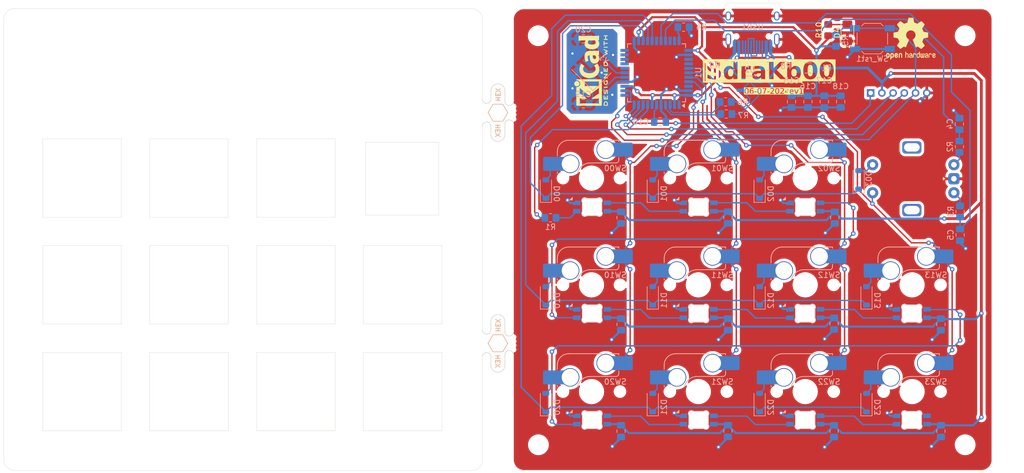
<source format=kicad_pcb>
(kicad_pcb (version 20240108) (generator "pcbnew") (generator_version "8.0")
  (layers (0 "F.Cu" signal) (31 "B.Cu" signal) (34 "B.Paste" user) (35 "F.Paste" user) (36 "B.SilkS" user "B.Silkscreen") (37 "F.SilkS" user "F.Silkscreen") (38 "B.Mask" user) (39 "F.Mask" user) (44 "Edge.Cuts" user))
  (net 0 "")
  (net 1 "GND")
  (net 2 "+5V")
  (net 3 "Enc_B")
  (net 4 "Enc_A")
  (net 5 "Net-(U1-UCAP)")
  (net 6 "XTAL2")
  (net 7 "XTAL1")
  (net 8 "Net-(D00-A)")
  (net 9 "Row0")
  (net 10 "Net-(D01-A)")
  (net 11 "Net-(D02-A)")
  (net 12 "Net-(D03-A)")
  (net 13 "Net-(D10-A)")
  (net 14 "Row1")
  (net 15 "Net-(D11-A)")
  (net 16 "Net-(D12-A)")
  (net 17 "Net-(D13-A)")
  (net 18 "Row2")
  (net 19 "Net-(D20-A)")
  (net 20 "Net-(D21-A)")
  (net 21 "Net-(D22-A)")
  (net 22 "Net-(D23-A)")
  (net 23 "VCC")
  (net 24 "RESET")
  (net 25 "MOSI")
  (net 26 "SCK")
  (net 27 "MISO")
  (net 28 "RGB_CHAIN")
  (net 29 "Net-(R2-Pad1)")
  (net 30 "Net-(R3-Pad1)")
  (net 31 "Net-(U1-~{HWB}{slash}PE2)")
  (net 32 "D-")
  (net 33 "DP")
  (net 34 "DN")
  (net 35 "D+")
  (net 36 "Net-(USB1-CC2)")
  (net 37 "Net-(USB1-CC1)")
  (net 39 "Col0")
  (net 40 "Col1")
  (net 41 "Col2")
  (net 42 "Col3")
  (net 48 "Net-(D4-A)")
  (net 57 "Net-(RGB00-DIN)")
  (net 58 "Net-(RGB00-DOUT)")
  (net 59 "Net-(RGB01-DOUT)")
  (net 60 "Net-(RGB02-DOUT)")
  (net 61 "Net-(RGB10-DOUT)")
  (net 62 "Net-(RGB11-DOUT)")
  (net 63 "Net-(RGB12-DOUT)")
  (net 64 "Net-(RGB13-DOUT)")
  (net 65 "Net-(RGB20-DOUT)")
  (net 66 "Net-(RGB21-DOUT)")
  (net 67 "Net-(RGB22-DOUT)")
  (net 69 "STATUS_LED")
  (footprint "MountingHole:MountingHole_3.2mm_M3" (layer "F.Cu") (at 152.334174 136.499881)
    (property "Reference" "H1" (hide yes))
    (property "Value" "MountingHole")
  )
  (footprint "MountingHole:MountingHole_3.2mm_M3" (layer "F.Cu") (at 228.407174 63.5)
    (property "Reference" "H2" (hide yes))
    (property "Value" "MountingHole")
  )
  (footprint "Resistor_SMD:R_0805_2012Metric_Pad1.20x1.40mm_HandSolder" (layer "F.Cu") (at 203.992587 62.484 90)
    (property "Reference" "R10")
    (property "Value" "640")
  )
  (footprint "marbastlib-various:mousebites_5p5mm_easysnap" (layer "F.Cu") (at 147.860891 118.39474)
    (property "Reference" "MB5" (hide yes))
    (property "Value" "5.5mm" (hide yes))
    (fp_line (start -4 -3.9) (end -4 -2.4) (stroke (width 0.1)) (layer "Edge.Cuts"))
    (fp_line (start -4 2.4) (end -4 3.9) (stroke (width 0.1)) (layer "Edge.Cuts"))
    (fp_line (start -1.5 -2.03) (end -1.5 -3.9) (stroke (width 0.1)) (layer "Edge.Cuts"))
    (fp_line (start -1.5 3.9) (end -1.5 2.03) (stroke (width 0.1)) (layer "Edge.Cuts"))
    (fp_arc (start -5.5 2.4) (mid -4.75 1.65) (end -4 2.4) (stroke (width 0.1)) (layer "Edge.Cuts"))
    (fp_arc (start -4 -3.9) (mid -2.75 -5.15) (end -1.5 -3.9) (stroke (width 0.1)) (layer "Edge.Cuts"))
    (fp_arc (start -4 -2.4) (mid -4.75 -1.65) (end -5.5 -2.4) (stroke (width 0.1)) (layer "Edge.Cuts"))
    (fp_arc (start -1.5 2.03) (mid -0.75 1.28) (end 0 2.03) (stroke (width 0.1)) (layer "Edge.Cuts"))
    (fp_arc (start -1.5 3.9) (mid -2.75 5.15) (end -4 3.9) (stroke (width 0.1)) (layer "Edge.Cuts"))
    (fp_arc (start 0 -2.03) (mid -0.75 -1.28) (end -1.5 -2.03) (stroke (width 0.1)) (layer "Edge.Cuts"))
  )
  (footprint "marbastlib-various:ROT_Alps_EC11E-Switch" (layer "F.Cu") (at 128.071337 89.025381 90)
    (property "Reference" "SW03" (hide yes))
    (property "Value" "RotaryEncoder_Switch" (hide yes))
    (fp_line (start 6.5 -6.5) (end 6.5 6.5) (stroke (width 0.05)) (layer "Edge.Cuts"))
    (fp_line (start -6.5 -6.5) (end 6.5 -6.5) (stroke (width 0.05)) (layer "Edge.Cuts"))
    (fp_line (start 6.5 6.5) (end -6.5 6.5) (stroke (width 0.05)) (layer "Edge.Cuts"))
    (fp_line (start -6.5 6.5) (end -6.5 -6.5) (stroke (width 0.05)) (layer "Edge.Cuts"))
  )
  (footprint "marbastlib-various:mousebites_5p5mm_easysnap" (layer "F.Cu") (at 147.864407 77.235124)
    (property "Reference" "MB5" (hide yes))
    (property "Value" "5.5mm" (hide yes))
    (fp_line (start -4 -3.9) (end -4 -2.4) (stroke (width 0.1)) (layer "Edge.Cuts"))
    (fp_line (start -4 2.4) (end -4 3.9) (stroke (width 0.1)) (layer "Edge.Cuts"))
    (fp_line (start -1.5 -2.03) (end -1.5 -3.9) (stroke (width 0.1)) (layer "Edge.Cuts"))
    (fp_line (start -1.5 3.9) (end -1.5 2.03) (stroke (width 0.1)) (layer "Edge.Cuts"))
    (fp_arc (start -5.5 2.4) (mid -4.75 1.65) (end -4 2.4) (stroke (width 0.1)) (layer "Edge.Cuts"))
    (fp_arc (start -4 -3.9) (mid -2.75 -5.15) (end -1.5 -3.9) (stroke (width 0.1)) (layer "Edge.Cuts"))
    (fp_arc (start -4 -2.4) (mid -4.75 -1.65) (end -5.5 -2.4) (stroke (width 0.1)) (layer "Edge.Cuts"))
    (fp_arc (start -1.5 2.03) (mid -0.75 1.28) (end 0 2.03) (stroke (width 0.1)) (layer "Edge.Cuts"))
    (fp_arc (start -1.5 3.9) (mid -2.75 5.15) (end -4 3.9) (stroke (width 0.1)) (layer "Edge.Cuts"))
    (fp_arc (start 0 -2.03) (mid -0.75 -1.28) (end -1.5 -2.03) (stroke (width 0.1)) (layer "Edge.Cuts"))
  )
  (footprint "MountingHole:MountingHole_3.2mm_M3" (layer "F.Cu") (at 152.303587 63.5)
    (property "Reference" "H3" (hide yes))
    (property "Value" "MountingHole")
  )
  (footprint "marbastlib-various:ROT_Alps_EC11E-Switch" (layer "F.Cu") (at 218.906924 89.025381 90)
    (property "Reference" "SW03" (hide yes))
    (property "Value" "RotaryEncoder_Switch")
  )
  (footprint "MountingHole:MountingHole_3.2mm_M3" (layer "F.Cu") (at 137.571587 63.5)
    (property "Reference" "H2" (hide yes))
    (property "Value" "MountingHole" (hide yes))
  )
  (footprint "LED_SMD:LED_1206_3216Metric_Pad1.42x1.75mm_HandSolder" (layer "F.Cu") (at 207.421587 62.992 90)
    (property "Reference" "D4")
    (property "Value" "RED 1.8V")
  )
  (footprint "Symbol:KiCad-Logo2_5mm_SilkScreen" (layer "F.Cu") (at 161.701587 69.723 90)
    (property "Reference" "REF**" (hide yes))
    (property "Value" "KiCad-Logo2_5mm_SilkScreen" (hide yes))
  )
  (footprint "MountingHole:MountingHole_3.2mm_M3" (layer "F.Cu") (at 228.407174 136.499881)
    (property "Reference" "H4" (hide yes))
    (property "Value" "MountingHole")
  )
  (footprint "MountingHole:MountingHole_3.2mm_M3" (layer "F.Cu") (at 137.571587 136.499881)
    (property "Reference" "H4" (hide yes))
    (property "Value" "MountingHole")
  )
  (footprint "MountingHole:MountingHole_3.2mm_M3" (layer "F.Cu") (at 61.468 63.5)
    (property "Reference" "H3" (hide yes))
    (property "Value" "MountingHole" (hide yes))
  )
  (footprint "MountingHole:MountingHole_3.2mm_M3" (layer "F.Cu") (at 61.498587 136.499881)
    (property "Reference" "H1" (hide yes))
    (property "Value" "MountingHole")
  )
  (footprint "Connector_PinHeader_2.00mm:PinHeader_1x06_P2.00mm_Horizontal" (layer "F.Cu") (at 211.565587 73.712 90)
    (property "Reference" "J1" (hide yes))
    (property "Value" "AVR-ISP-6")
  )
  (footprint "Symbol:OSHW-Logo2_9.8x8mm_SilkScreen" (layer "F.Cu") (at 218.724587 64.008)
    (property "Reference" "REF**" (hide yes))
    (property "Value" "OSHW-Logo2_9.8x8mm_SilkScreen" (hide yes))
  )
  (footprint "Diode_SMD:D_SOD-123" (layer "B.Cu") (at 153.667674 128.975131 90)
    (property "Reference" "D20")
    (property "Value" "D_Small")
  )
  (footprint "marbastlib-mx:SW_MX_HS_CPG151101S11_1u" (layer "B.Cu") (at 199.895674 127.006631 180)
    (property "Reference" "SW22")
    (property "Value" "SW_Push_45deg" (hide yes))
  )
  (footprint "marbastlib-mx:LED_MX_6028R-ROT" (layer "B.Cu") (at 199.894283 132.071837 180)
    (property "Reference" "RGB22" (hide yes))
    (property "Value" "MX_SK6812MINI-E")
    (fp_line (start 1.699999 0.702841) (end 1.699999 -0.702843) (stroke (width 0.1)) (layer "Edge.Cuts"))
    (fp_line (start 0.794453 -1.5) (end -0.794452 -1.5) (stroke (width 0.1)) (layer "Edge.Cuts"))
    (fp_line (start -0.794452 1.499999) (end 0.794452 1.499999) (stroke (width 0.1)) (layer "Edge.Cuts"))
    (fp_line (start -1.699999 -0.702843) (end -1.699999 0.702841) (stroke (width 0.1)) (layer "Edge.Cuts"))
    (fp_arc (start 1.749484 0.919719) (mid 1.712541 0.814065) (end 1.699999 0.702841) (stroke (width 0.1)) (layer "Edge.Cuts"))
    (fp_arc (start 1.749484 0.919718) (mid 1.638073 1.504037) (end 1.046711 1.568298) (stroke (width 0.1)) (layer "Edge.Cuts"))
    (fp_arc (start 1.699999 -0.702844) (mid 1.712538 -0.814067) (end 1.749484 -0.919721) (stroke (width 0.1)) (layer "Edge.Cuts"))
    (fp_arc (start 1.046711 -1.568299) (mid 1.638071 -1.504036) (end 1.749484 -0.919721) (stroke (width 0.1)) (layer "Edge.Cuts"))
    (fp_arc (start 1.046711 -1.568299) (mid 0.925123 -1.517377) (end 0.794453 -1.5) (stroke (width 0.1)) (layer "Edge.Cuts"))
    (fp_arc (start 0.794452 1.499999) (mid 0.925123 1.517376) (end 1.046711 1.568298) (stroke (width 0.1)) (layer "Edge.Cuts"))
    (fp_arc (start -0.794453 -1.500001) (mid -0.925123 -1.517378) (end -1.046711 -1.5683) (stroke (width 0.1)) (layer "Edge.Cuts"))
    (fp_arc (start -1.04671 1.568298) (mid -0.925122 1.517376) (end -0.794452 1.499999) (stroke (width 0.1)) (layer "Edge.Cuts"))
    (fp_arc (start -1.046711 1.568296) (mid -1.63807 1.504033) (end -1.749484 0.919719) (stroke (width 0.1)) (layer "Edge.Cuts"))
    (fp_arc (start -1.699999 0.702842) (mid -1.712527 0.814067) (end -1.749484 0.919719) (stroke (width 0.1)) (layer "Edge.Cuts"))
    (fp_arc (start -1.749484 -0.919721) (mid -1.638071 -1.504036) (end -1.046711 -1.5683) (stroke (width 0.1)) (layer "Edge.Cuts"))
    (fp_arc (start -1.749484 -0.919721) (mid -1.712527 -0.814069) (end -1.699999 -0.702843) (stroke (width 0.1)) (layer "Edge.Cuts"))
  )
  (footprint "marbastlib-mx:SW_MX_HS_CPG151101S11_1u" (layer "B.Cu") (at 90.010087 88.906631 180)
    (property "Reference" "SW01" (hide yes))
    (property "Value" "SW_Push_45deg" (hide yes))
    (fp_line (start 7 7) (end -7 7) (stroke (width 0.05)) (layer "Edge.Cuts"))
    (fp_line (start 7 -7) (end 7 7) (stroke (width 0.05)) (layer "Edge.Cuts"))
    (fp_line (start -7 7) (end -7 -7) (stroke (width 0.05)) (layer "Edge.Cuts"))
    (fp_line (start -7 -7) (end 7 -7) (stroke (width 0.05)) (layer "Edge.Cuts"))
  )
  (footprint "marbastlib-mx:SW_MX_HS_CPG151101S11_1u" (layer "B.Cu") (at 109.093 88.9 180)
    (property "Reference" "SW01" (hide yes))
    (property "Value" "SW_Push_45deg" (hide yes))
    (fp_line (start 7 7) (end -7 7) (stroke (width 0.05)) (layer "Edge.Cuts"))
    (fp_line (start 7 -7) (end 7 7) (stroke (width 0.05)) (layer "Edge.Cuts"))
    (fp_line (start -7 7) (end -7 -7) (stroke (width 0.05)) (layer "Edge.Cuts"))
    (fp_line (start -7 -7) (end 7 -7) (stroke (width 0.05)) (layer "Edge.Cuts"))
  )
  (footprint "Diode_SMD:D_SOD-123" (layer "B.Cu") (at 191.767674 109.925131 90)
    (property "Reference" "D12")
    (property "Value" "D_Small")
  )
  (footprint "Capacitor_SMD:C_0805_2012Metric_Pad1.18x1.45mm_HandSolder" (layer "B.Cu") (at 224.089174 134.065381 -90)
    (property "Reference" "Crgb23" (hide yes))
    (property "Value" "0.1uF")
  )
  (footprint "marbastlib-mx:SW_MX_HS_CPG151101S11_1u" (layer "B.Cu") (at 109.093 127 180)
    (property "Reference" "SW01" (hide yes))
    (property "Value" "SW_Push_45deg" (hide yes))
    (fp_line (start 7 7) (end -7 7) (stroke (width 0.05)) (layer "Edge.Cuts"))
    (fp_line (start 7 -7) (end 7 7) (stroke (width 0.05)) (layer "Edge.Cuts"))
    (fp_line (start -7 7) (end -7 -7) (stroke (width 0.05)) (layer "Edge.Cuts"))
    (fp_line (start -7 -7) (end 7 -7) (stroke (width 0.05)) (layer "Edge.Cuts"))
  )
  (footprint "Capacitor_SMD:C_0805_2012Metric_Pad1.18x1.45mm_HandSolder" (layer "B.Cu") (at 160.339467 64.054421 180)
    (property "Reference" "C20")
    (property "Value" "22pF")
  )
  (footprint "marbastlib-mx:SW_MX_HS_CPG151101S11_1u" (layer "B.Cu") (at 128.143 127 180)
    (property "Reference" "SW01" (hide yes))
    (property "Value" "SW_Push_45deg" (hide yes))
    (fp_line (start 7 7) (end -7 7) (stroke (width 0.05)) (layer "Edge.Cuts"))
    (fp_line (start 7 -7) (end 7 7) (stroke (width 0.05)) (layer "Edge.Cuts"))
    (fp_line (start -7 7) (end -7 -7) (stroke (width 0.05)) (layer "Edge.Cuts"))
    (fp_line (start -7 -7) (end 7 -7) (stroke (width 0.05)) (layer "Edge.Cuts"))
  )
  (footprint "marbastlib-mx:LED_MX_6028R-ROT" (layer "B.Cu") (at 180.894283 94.071837 180)
    (property "Reference" "RGB01" (hide yes))
    (property "Value" "MX_SK6812MINI-E")
    (fp_line (start 1.699999 0.702841) (end 1.699999 -0.702843) (stroke (width 0.1)) (layer "Edge.Cuts"))
    (fp_line (start 0.794453 -1.5) (end -0.794452 -1.5) (stroke (width 0.1)) (layer "Edge.Cuts"))
    (fp_line (start -0.794452 1.499999) (end 0.794452 1.499999) (stroke (width 0.1)) (layer "Edge.Cuts"))
    (fp_line (start -1.699999 -0.702843) (end -1.699999 0.702841) (stroke (width 0.1)) (layer "Edge.Cuts"))
    (fp_arc (start 1.749484 0.919719) (mid 1.712534 0.814065) (end 1.699999 0.702841) (stroke (width 0.1)) (layer "Edge.Cuts"))
    (fp_arc (start 1.749484 0.919718) (mid 1.638073 1.504037) (end 1.046711 1.568298) (stroke (width 0.1)) (layer "Edge.Cuts"))
    (fp_arc (start 1.699999 -0.702844) (mid 1.712537 -0.814067) (end 1.749484 -0.919721) (stroke (width 0.1)) (layer "Edge.Cuts"))
    (fp_arc (start 1.046711 -1.568299) (mid 1.638071 -1.504036) (end 1.749484 -0.919721) (stroke (width 0.1)) (layer "Edge.Cuts"))
    (fp_arc (start 1.046711 -1.568299) (mid 0.925123 -1.517377) (end 0.794453 -1.5) (stroke (width 0.1)) (layer "Edge.Cuts"))
    (fp_arc (start 0.794452 1.499999) (mid 0.925123 1.517376) (end 1.046711 1.568298) (stroke (width 0.1)) (layer "Edge.Cuts"))
    (fp_arc (start -0.794453 -1.500001) (mid -0.925123 -1.517378) (end -1.046711 -1.5683) (stroke (width 0.1)) (layer "Edge.Cuts"))
    (fp_arc (start -1.04671 1.568298) (mid -0.925122 1.517376) (end -0.794452 1.499999) (stroke (width 0.1)) (layer "Edge.Cuts"))
    (fp_arc (start -1.046711 1.568296) (mid -1.63807 1.504033) (end -1.749484 0.919719) (stroke (width 0.1)) (layer "Edge.Cuts"))
    (fp_arc (start -1.699999 0.702842) (mid -1.712527 0.814067) (end -1.749484 0.919719) (stroke (width 0.1)) (layer "Edge.Cuts"))
    (fp_arc (start -1.749484 -0.919721) (mid -1.638071 -1.504036) (end -1.046711 -1.5683) (stroke (width 0.1)) (layer "Edge.Cuts"))
    (fp_arc (start -1.749484 -0.919721) (mid -1.712527 -0.814069) (end -1.699999 -0.702843) (stroke (width 0.1)) (layer "Edge.Cuts"))
  )
  (footprint "Capacitor_SMD:C_0805_2012Metric_Pad1.18x1.45mm_HandSolder" (layer "B.Cu") (at 197.459174 75.264381 -90)
    (property "Reference" "C15")
    (property "Value" "0.1uF")
  )
  (footprint "marbastlib-mx:SW_MX_HS_CPG151101S11_1u" (layer "B.Cu") (at 109.093 107.95 180)
    (property "Reference" "SW01" (hide yes))
    (property "Value" "SW_Push_45deg" (hide yes))
    (fp_line (start 7 7) (end -7 7) (stroke (width 0.05)) (layer "Edge.Cuts"))
    (fp_line (start 7 -7) (end 7 7) (stroke (width 0.05)) (layer "Edge.Cuts"))
    (fp_line (start -7 7) (end -7 -7) (stroke (width 0.05)) (layer "Edge.Cuts"))
    (fp_line (start -7 -7) (end 7 -7) (stroke (width 0.05)) (layer "Edge.Cuts"))
  )
  (footprint "marbastlib-mx:LED_MX_6028R-ROT" (layer "B.Cu") (at 180.894283 132.071837 180)
    (property "Reference" "RGB21" (hide yes))
    (property "Value" "MX_SK6812MINI-E")
    (fp_line (start 1.699999 0.702841) (end 1.699999 -0.702843) (stroke (width 0.1)) (layer "Edge.Cuts"))
    (fp_line (start 0.794453 -1.5) (end -0.794452 -1.5) (stroke (width 0.1)) (layer "Edge.Cuts"))
    (fp_line (start -0.794452 1.499999) (end 0.794452 1.499999) (stroke (width 0.1)) (layer "Edge.Cuts"))
    (fp_line (start -1.699999 -0.702843) (end -1.699999 0.702841) (stroke (width 0.1)) (layer "Edge.Cuts"))
    (fp_arc (start 1.749484 0.919719) (mid 1.712541 0.814065) (end 1.699999 0.702841) (stroke (width 0.1)) (layer "Edge.Cuts"))
    (fp_arc (start 1.749484 0.919718) (mid 1.638073 1.504037) (end 1.046711 1.568298) (stroke (width 0.1)) (layer "Edge.Cuts"))
    (fp_arc (start 1.699999 -0.702844) (mid 1.712538 -0.814067) (end 1.749484 -0.919721) (stroke (width 0.1)) (layer "Edge.Cuts"))
    (fp_arc (start 1.046711 -1.568299) (mid 1.638071 -1.504036) (end 1.749484 -0.919721) (stroke (width 0.1)) (layer "Edge.Cuts"))
    (fp_arc (start 1.046711 -1.568299) (mid 0.925123 -1.517377) (end 0.794453 -1.5) (stroke (width 0.1)) (layer "Edge.Cuts"))
    (fp_arc (start 0.794452 1.499999) (mid 0.925123 1.517376) (end 1.046711 1.568298) (stroke (width 0.1)) (layer "Edge.Cuts"))
    (fp_arc (start -0.794453 -1.500001) (mid -0.925123 -1.517378) (end -1.046711 -1.5683) (stroke (width 0.1)) (layer "Edge.Cuts"))
    (fp_arc (start -1.04671 1.568298) (mid -0.925122 1.517376) (end -0.794452 1.499999) (stroke (width 0.1)) (layer "Edge.Cuts"))
    (fp_arc (start -1.046711 1.568296) (mid -1.63807 1.504033) (end -1.749484 0.919719) (stroke (width 0.1)) (layer "Edge.Cuts"))
    (fp_arc (start -1.699999 0.702842) (mid -1.712527 0.814067) (end -1.749484 0.919719) (stroke (width 0.1)) (layer "Edge.Cuts"))
    (fp_arc (start -1.749484 -0.919721) (mid -1.638071 -1.504036) (end -1.046711 -1.5683) (stroke (width 0.1)) (layer "Edge.Cuts"))
    (fp_arc (start -1.749484 -0.919721) (mid -1.712527 -0.814069) (end -1.699999 -0.702843) (stroke (width 0.1)) (layer "Edge.Cuts"))
  )
  (footprint "Diode_SMD:D_SOD-123" (layer "B.Cu") (at 172.717674 90.875131 90)
    (property "Reference" "D01")
    (property "Value" "D_Small")
  )
  (footprint "marbastlib-mx:SW_MX_HS_CPG151101S11_1u" (layer "B.Cu") (at 180.845674 88.906631 180)
    (property "Reference" "SW01")
    (property "Value" "SW_Push_45deg" (hide yes))
  )
  (footprint "Capacitor_SMD:C_0805_2012Metric_Pad1.18x1.45mm_HandSolder" (layer "B.Cu") (at 186.116174 115.015381 -90)
    (property "Reference" "Crgb11" (hide yes))
    (property "Value" "0.1uF")
  )
  (footprint "Capacitor_SMD:C_0805_2012Metric_Pad1.18x1.45mm_HandSolder" (layer "B.Cu") (at 186.116174 134.043881 -90)
    (property "Reference" "Crgb21" (hide yes))
    (property "Value" "0.1uF")
  )
  (footprint "marbastlib-mx:LED_MX_6028R-ROT" (layer "B.Cu") (at 161.894283 94.071837 180)
    (property "Reference" "RGB00" (hide yes))
    (property "Value" "MX_SK6812MINI-E")
    (fp_line (start 1.699999 0.702841) (end 1.699999 -0.702843) (stroke (width 0.1)) (layer "Edge.Cuts"))
    (fp_line (start 0.794453 -1.5) (end -0.794452 -1.5) (stroke (width 0.1)) (layer "Edge.Cuts"))
    (fp_line (start -0.794452 1.499999) (end 0.794452 1.499999) (stroke (width 0.1)) (layer "Edge.Cuts"))
    (fp_line (start -1.699999 -0.702843) (end -1.699999 0.702841) (stroke (width 0.1)) (layer "Edge.Cuts"))
    (fp_arc (start 1.749484 0.919719) (mid 1.712534 0.814065) (end 1.699999 0.702841) (stroke (width 0.1)) (layer "Edge.Cuts"))
    (fp_arc (start 1.749484 0.919718) (mid 1.638073 1.504037) (end 1.046711 1.568298) (stroke (width 0.1)) (layer "Edge.Cuts"))
    (fp_arc (start 1.699999 -0.702844) (mid 1.712537 -0.814067) (end 1.749484 -0.919721) (stroke (width 0.1)) (layer "Edge.Cuts"))
    (fp_arc (start 1.046711 -1.568299) (mid 1.638071 -1.504036) (end 1.749484 -0.919721) (stroke (width 0.1)) (layer "Edge.Cuts"))
    (fp_arc (start 1.046711 -1.568299) (mid 0.925123 -1.517377) (end 0.794453 -1.5) (stroke (width 0.1)) (layer "Edge.Cuts"))
    (fp_arc (start 0.794452 1.499999) (mid 0.925123 1.517376) (end 1.046711 1.568298) (stroke (width 0.1)) (layer "Edge.Cuts"))
    (fp_arc (start -0.794453 -1.500001) (mid -0.925123 -1.517378) (end -1.046711 -1.5683) (stroke (width 0.1)) (layer "Edge.Cuts"))
    (fp_arc (start -1.04671 1.568298) (mid -0.925122 1.517376) (end -0.794452 1.499999) (stroke (width 0.1)) (layer "Edge.Cuts"))
    (fp_arc (start -1.046711 1.568296) (mid -1.63807 1.504033) (end -1.749484 0.919719) (stroke (width 0.1)) (layer "Edge.Cuts"))
    (fp_arc (start -1.699999 0.702842) (mid -1.712527 0.814067) (end -1.749484 0.919719) (stroke (width 0.1)) (layer "Edge.Cuts"))
    (fp_arc (start -1.749484 -0.919721) (mid -1.638071 -1.504036) (end -1.046711 -1.5683) (stroke (width 0.1)) (layer "Edge.Cuts"))
    (fp_arc (start -1.749484 -0.919721) (mid -1.712527 -0.814069) (end -1.699999 -0.702843) (stroke (width 0.1)) (layer "Edge.Cuts"))
  )
  (footprint "marbastlib-mx:SW_MX_HS_CPG151101S11_1u" (layer "B.Cu") (at 199.895674 107.956631 180)
    (property "Reference" "SW12")
    (property "Value" "SW_Push_45deg" (hide yes))
  )
  (footprint "Resistor_SMD:R_0805_2012Metric_Pad1.20x1.40mm_HandSolder" (layer "B.Cu") (at 185.704587 75.311 180)
    (property "Reference" "R6")
    (property "Value" "22")
  )
  (footprint "Capacitor_SMD:C_0805_2012Metric_Pad1.18x1.45mm_HandSolder" (layer "B.Cu") (at 227.391174 79.238881 -90)
    (property "Reference" "C4")
    (property "Value" "0.1uF")
  )
  (footprint "Diode_SMD:D_SOD-123" (layer "B.Cu") (at 191.767674 128.975131 90)
    (property "Reference" "D22")
    (property "Value" "D_Small")
  )
  (footprint "Fuse:Fuse_1206_3216Metric_Pad1.42x1.75mm_HandSolder" (layer "B.Cu") (at 200.418388 69.260465)
    (property "Reference" "F1")
    (property "Value" "500mA")
  )
  (footprint "Diode_SMD:D_SOD-123" (layer "B.Cu") (at 209.420674 89.224131 90)
    (property "Reference" "D03")
    (property "Value" "D_Small")
  )
  (footprint "marbastlib-mx:SW_MX_HS_CPG151101S11_1u" (layer "B.Cu") (at 180.845674 107.956631 180)
    (property "Reference" "SW11")
    (property "Value" "SW_Push_45deg" (hide yes))
  )
  (footprint "marbastlib-mx:LED_MX_6028R-ROT" (layer "B.Cu") (at 180.894283 113.071837 180)
    (property "Reference" "RGB11" (hide yes))
    (property "Value" "MX_SK6812MINI-E")
    (fp_line (start 1.699999 0.702841) (end 1.699999 -0.702843) (stroke (width 0.1)) (layer "Edge.Cuts"))
    (fp_line (start 0.794453 -1.5) (end -0.794452 -1.5) (stroke (width 0.1)) (layer "Edge.Cuts"))
    (fp_line (start -0.794452 1.499999) (end 0.794452 1.499999) (stroke (width 0.1)) (layer "Edge.Cuts"))
    (fp_line (start -1.699999 -0.702843) (end -1.699999 0.702841) (stroke (width 0.1)) (layer "Edge.Cuts"))
    (fp_arc (start 1.749484 0.919719) (mid 1.712541 0.814065) (end 1.699999 0.702841) (stroke (width 0.1)) (layer "Edge.Cuts"))
    (fp_arc (start 1.749484 0.919718) (mid 1.638073 1.504037) (end 1.046711 1.568298) (stroke (width 0.1)) (layer "Edge.Cuts"))
    (fp_arc (start 1.699999 -0.702844) (mid 1.712538 -0.814067) (end 1.749484 -0.919721) (stroke (width 0.1)) (layer "Edge.Cuts"))
    (fp_arc (start 1.046711 -1.568299) (mid 1.638071 -1.504036) (end 1.749484 -0.919721) (stroke (width 0.1)) (layer "Edge.Cuts"))
    (fp_arc (start 1.046711 -1.568299) (mid 0.925123 -1.517377) (end 0.794453 -1.5) (stroke (width 0.1)) (layer "Edge.Cuts"))
    (fp_arc (start 0.794452 1.499999) (mid 0.925123 1.517376) (end 1.046711 1.568298) (stroke (width 0.1)) (layer "Edge.Cuts"))
    (fp_arc (start -0.794453 -1.500001) (mid -0.925123 -1.517378) (end -1.046711 -1.5683) (stroke (width 0.1)) (layer "Edge.Cuts"))
    (fp_arc (start -1.04671 1.568298) (mid -0.925122 1.517376) (end -0.794452 1.499999) (stroke (width 0.1)) (layer "Edge.Cuts"))
    (fp_arc (start -1.046711 1.568296) (mid -1.63807 1.504033) (end -1.749484 0.919719) (stroke (width 0.1)) (layer "Edge.Cuts"))
    (fp_arc (start -1.699999 0.702842) (mid -1.712527 0.814067) (end -1.749484 0.919719) (stroke (width 0.1)) (layer "Edge.Cuts"))
    (fp_arc (start -1.749484 -0.919721) (mid -1.638071 -1.504036) (end -1.046711 -1.5683) (stroke (width 0.1)) (layer "Edge.Cuts"))
    (fp_arc (start -1.749484 -0.919721) (mid -1.712527 -0.814069) (end -1.699999 -0.702843) (stroke (width 0.1)) (layer "Edge.Cuts"))
  )
  (footprint "marbastlib-mx:SW_MX_HS_CPG151101S11_1u" (layer "B.Cu") (at 70.993 107.95 180)
    (property "Reference" "SW01" (hide yes))
    (property "Value" "SW_Push_45deg" (hide yes))
    (fp_line (start 7 7) (end -7 7) (stroke (width 0.05)) (layer "Edge.Cuts"))
    (fp_line (start 7 -7) (end 7 7) (stroke (width 0.05)) (layer "Edge.Cuts"))
    (fp_line (start -7 7) (end -7 -7) (stroke (width 0.05)) (layer "Edge.Cuts"))
    (fp_line (start -7 -7) (end 7 -7) (stroke (width 0.05)) (layer "Edge.Cuts"))
  )
  (footprint "Capacitor_SMD:C_0805_2012Metric_Pad1.18x1.45mm_HandSolder" (layer "B.Cu") (at 167.066174 95.965381 -90)
    (property "Reference" "Crgb00" (hide yes))
    (property "Value" "0.1uF")
  )
  (footprint "marbastlib-mx:SW_MX_HS_CPG151101S11_1u" (layer "B.Cu") (at 218.945674 107.956631 180)
    (property "Reference" "SW13")
    (property "Value" "SW_Push_45deg" (hide yes))
  )
  (footprint "Capacitor_SMD:C_0805_2012Metric_Pad1.18x1.45mm_HandSolder" (layer "B.Cu") (at 224.089174 115.015381 -90)
    (property "Reference" "Crgb13" (hide yes))
    (property "Value" "0.1uF")
  )
  (footprint "Capacitor_SMD:C_0805_2012Metric_Pad1.18x1.45mm_HandSolder" (layer "B.Cu") (at 205.039174 134.065381 -90)
    (property "Reference" "Crgb22" (hide yes))
    (property "Value" "0.1uF")
  )
  (footprint "Resistor_SMD:R_0805_2012Metric_Pad1.20x1.40mm_HandSolder" (layer "B.Cu") (at 193.283299 68.935881 180)
    (property "Reference" "R8")
    (property "Value" "5.1k")
  )
  (footprint "Diode_SMD:D_SOD-123" (layer "B.Cu") (at 153.667674 109.925131 90)
    (property "Reference" "D10")
    (property "Value" "D_Small")
  )
  (footprint "marbastlib-mx:LED_MX_6028R-ROT" (layer "B.Cu") (at 161.894283 132.071837 180)
    (property "Reference" "RGB20" (hide yes))
    (property "Value" "MX_SK6812MINI-E")
    (fp_line (start 1.699999 0.702841) (end 1.699999 -0.702843) (stroke (width 0.1)) (layer "Edge.Cuts"))
    (fp_line (start 0.794453 -1.5) (end -0.794452 -1.5) (stroke (width 0.1)) (layer "Edge.Cuts"))
    (fp_line (start -0.794452 1.499999) (end 0.794452 1.499999) (stroke (width 0.1)) (layer "Edge.Cuts"))
    (fp_line (start -1.699999 -0.702843) (end -1.699999 0.702841) (stroke (width 0.1)) (layer "Edge.Cuts"))
    (fp_arc (start 1.749484 0.919719) (mid 1.712541 0.814065) (end 1.699999 0.702841) (stroke (width 0.1)) (layer "Edge.Cuts"))
    (fp_arc (start 1.749484 0.919718) (mid 1.638073 1.504037) (end 1.046711 1.568298) (stroke (width 0.1)) (layer "Edge.Cuts"))
    (fp_arc (start 1.699999 -0.702844) (mid 1.712538 -0.814067) (end 1.749484 -0.919721) (stroke (width 0.1)) (layer "Edge.Cuts"))
    (fp_arc (start 1.046711 -1.568299) (mid 1.638071 -1.504036) (end 1.749484 -0.919721) (stroke (width 0.1)) (layer "Edge.Cuts"))
    (fp_arc (start 1.046711 -1.568299) (mid 0.925123 -1.517377) (end 0.794453 -1.5) (stroke (width 0.1)) (layer "Edge.Cuts"))
    (fp_arc (start 0.794452 1.499999) (mid 0.925123 1.517376) (end 1.046711 1.568298) (stroke (width 0.1)) (layer "Edge.Cuts"))
    (fp_arc (start -0.794453 -1.500001) (mid -0.925123 -1.517378) (end -1.046711 -1.5683) (stroke (width 0.1)) (layer "Edge.Cuts"))
    (fp_arc (start -1.04671 1.568298) (mid -0.925122 1.517376) (end -0.794452 1.499999) (stroke (width 0.1)) (layer "Edge.Cuts"))
    (fp_arc (start -1.046711 1.568296) (mid -1.63807 1.504033) (end -1.749484 0.919719) (stroke (width 0.1)) (layer "Edge.Cuts"))
    (fp_arc (start -1.699999 0.702842) (mid -1.712527 0.814067) (end -1.749484 0.919719) (stroke (width 0.1)) (layer "Edge.Cuts"))
    (fp_arc (start -1.749484 -0.919721) (mid -1.638071 -1.504036) (end -1.046711 -1.5683) (stroke (width 0.1)) (layer "Edge.Cuts"))
    (fp_arc (start -1.749484 -0.919721) (mid -1.712527 -0.814069) (end -1.699999 -0.702843) (stroke (width 0.1)) (layer "Edge.Cuts"))
  )
  (footprint "Diode_SMD:D_SOD-123" (layer "B.Cu") (at 191.767674 90.875131 90)
    (property "Reference" "D02")
    (property "Value" "D_Small")
  )
  (footprint "marbastlib-mx:SW_MX_HS_CPG151101S11_1u" (layer "B.Cu") (at 90.043 127 180)
    (property "Reference" "SW01" (hide yes))
    (property "Value" "SW_Push_45deg" (hide yes))
    (fp_line (start 7 7) (end -7 7) (stroke (width 0.05)) (layer "Edge.Cuts"))
    (fp_line (start 7 -7) (end 7 7) (stroke (width 0.05)) (layer "Edge.Cuts"))
    (fp_line (start -7 7) (end -7 -7) (stroke (width 0.05)) (layer "Edge.Cuts"))
    (fp_line (start -7 -7) (end 7 -7) (stroke (width 0.05)) (layer "Edge.Cuts"))
  )
  (footprint "marbastlib-mx:SW_MX_HS_CPG151101S11_1u" (layer "B.Cu") (at 161.795674 127.006631 180)
    (property "Reference" "SW20")
    (property "Value" "SW_Push_45deg" (hide yes))
  )
  (footprint "Resistor_SMD:R_0805_2012Metric_Pad1.20x1.40mm_HandSolder" (layer "B.Cu") (at 205.389587 64.389 90)
    (property "Reference" "R5")
    (property "Value" "10k")
  )
  (footprint "Capacitor_SMD:C_0805_2012Metric_Pad1.18x1.45mm_HandSolder" (layer "B.Cu") (at 174.020587 78.867)
    (property "Reference" "C10")
    (property "Value" "1uF")
  )
  (footprint "Diode_SMD:D_SOD-123" (layer "B.Cu") (at 210.817674 128.975131 90)
    (property "Reference" "D23")
    (property "Value" "D_Small")
  )
  (footprint "Resistor_SMD:R_0805_2012Metric_Pad1.20x1.40mm_HandSolder" (layer "B.Cu") (at 178.211587 61.976)
    (property "Reference" "R4")
    (property "Value" "10k")
  )
  (footprint "Diode_SMD:D_SOD-123" (layer "B.Cu") (at 172.717674 128.975131 90)
    (property "Reference" "D21")
    (property "Value" "D_Small")
  )
  (footprint "Diode_SMD:D_SOD-123" (layer "B.Cu") (at 210.817674 109.925131 90)
    (property "Reference" "D13")
    (property "Value" "D_Small")
  )
  (footprint "Crystal:Crystal_SMD_3225-4Pin_3.2x2.5mm_HandSoldering" (layer "B.Cu") (at 161.757966 69.832923 135)
    (property "Reference" "Y1")
    (property "Value" "16MHz")
  )
  (footprint "marbastlib-mx:SW_MX_HS_CPG151101S11_1u" (layer "B.Cu") (at 218.945674 127.006631 180)
    (property "Reference" "SW23")
    (property "Value" "SW_Push_45deg" (hide yes))
  )
  (footprint "Diode_SMD:D_SOD-123" (layer "B.Cu") (at 153.667674 90.875131 90)
    (property "Reference" "D00")
    (property "Value" "D_Small")
  )
  (footprint "marbastlib-mx:LED_MX_6028R-ROT" (layer "B.Cu") (at 161.894283 113.071837 180)
    (property "Reference" "RGB10" (hide yes))
    (property "Value" "MX_SK6812MINI-E")
    (fp_line (start 1.699999 0.702841) (end 1.699999 -0.702843) (stroke (width 0.1)) (layer "Edge.Cuts"))
    (fp_line (start 0.794453 -1.5) (end -0.794452 -1.5) (stroke (width 0.1)) (layer "Edge.Cuts"))
    (fp_line (start -0.794452 1.499999) (end 0.794452 1.499999) (stroke (width 0.1)) (layer "Edge.Cuts"))
    (fp_line (start -1.699999 -0.702843) (end -1.699999 0.702841) (stroke (width 0.1)) (layer "Edge.Cuts"))
    (fp_arc (start 1.749484 0.919719) (mid 1.712541 0.814065) (end 1.699999 0.702841) (stroke (width 0.1)) (layer "Edge.Cuts"))
    (fp_arc (start 1.749484 0.919718) (mid 1.638073 1.504037) (end 1.046711 1.568298) (stroke (width 0.1)) (layer "Edge.Cuts"))
    (fp_arc (start 1.699999 -0.702844) (mid 1.712538 -0.814067) (end 1.749484 -0.919721) (stroke (width 0.1)) (layer "Edge.Cuts"))
    (fp_arc (start 1.046711 -1.568299) (mid 1.638071 -1.504036) (end 1.749484 -0.919721) (stroke (width 0.1)) (layer "Edge.Cuts"))
    (fp_arc (start 1.046711 -1.568299) (mid 0.925123 -1.517377) (end 0.794453 -1.5) (stroke (width 0.1)) (layer "Edge.Cuts"))
    (fp_arc (start 0.794452 1.499999) (mid 0.925123 1.517376) (end 1.046711 1.568298) (stroke (width 0.1)) (layer "Edge.Cuts"))
    (fp_arc (start -0.794453 -1.500001) (mid -0.925123 -1.517378) (end -1.046711 -1.5683) (stroke (width 0.1)) (layer "Edge.Cuts"))
    (fp_arc (start -1.04671 1.568298) (mid -0.925122 1.517376) (end -0.794452 1.499999) (stroke (width 0.1)) (layer "Edge.Cuts"))
    (fp_arc (start -1.046711 1.568296) (mid -1.63807 1.504033) (end -1.749484 0.919719) (stroke (width 0.1)) (layer "Edge.Cuts"))
    (fp_arc (start -1.699999 0.702842) (mid -1.712527 0.814067) (end -1.749484 0.919719) (stroke (width 0.1)) (layer "Edge.Cuts"))
    (fp_arc (start -1.749484 -0.919721) (mid -1.638071 -1.504036) (end -1.046711 -1.5683) (stroke (width 0.1)) (layer "Edge.Cuts"))
    (fp_arc (start -1.749484 -0.919721) (mid -1.712527 -0.814069) (end -1.699999 -0.702843) (stroke (width 0.1)) (layer "Edge.Cuts"))
  )
  (footprint "Capacitor_SMD:C_0805_2012Metric_Pad1.18x1.45mm_HandSolder" (layer "B.Cu") (at 160.339466 75.611422 180)
    (property "Reference" "C19")
    (property "Value" "22pF")
  )
  (footprint "Capacitor_SMD:C_0805_2012Metric_Pad1.18x1.45mm_HandSolder" (layer "B.Cu") (at 227.504375 99.034881 -90)
    (property "Reference" "C5")
    (property "Value" "0.1uF")
  )
  (footprint "marbastlib-mx:SW_MX_HS_CPG151101S11_1u" (layer "B.Cu") (at 128.143 107.95 180)
    (property "Reference" "SW01" (hide yes))
    (property "Value" "SW_Push_45deg" (hide yes))
    (fp_line (start 7 7) (end -7 7) (stroke (width 0.05)) (layer "Edge.Cuts"))
    (fp_line (start 7 -7) (end 7 7) (stroke (width 0.05)) (layer "Edge.Cuts"))
    (fp_line (start -7 7) (end -7 -7) (stroke (width 0.05)) (layer "Edge.Cuts"))
    (fp_line (start -7 -7) (end 7 -7) (stroke (width 0.05)) (layer "Edge.Cuts"))
  )
  (footprint "Capacitor_SMD:C_0805_2012Metric_Pad1.18x1.45mm_HandSolder" (layer "B.Cu") (at 205.039174 114.888381 -90)
    (property "Reference" "Crgb12" (hide yes))
    (property "Value" "0.1uF")
  )
  (footprint "Resistor_SMD:R_0805_2012Metric_Pad1.20x1.40mm_HandSolder" (layer "B.Cu") (at 227.391174 83.302881 90)
    (property "Reference" "R2")
    (property "Value" "10k")
  )
  (footprint "Resistor_SMD:R_0805_2012Metric_Pad1.20x1.40mm_HandSolder" (layer "B.Cu") (at 185.831587 77.47 180)
    (property "Reference" "R7")
    (property "Value" "22")
  )
  (footprint "marbastlib-mx:SW_MX_HS_CPG151101S11_1u" (layer "B.Cu") (at 70.993 88.9 180)
    (property "Reference" "SW01" (hide yes))
    (property "Value" "SW_Push_45deg" (hide yes))
    (fp_line (start 7 7) (end -7 7) (stroke (width 0.05)) (layer "Edge.Cuts"))
    (fp_line (start 7 -7) (end 7 7) (stroke (width 0.05)) (layer "Edge.Cuts"))
    (fp_line (start -7 7) (end -7 -7) (stroke (width 0.05)) (layer "Edge.Cuts"))
    (fp_line (start -7 -7) (end 7 -7) (stroke (width 0.05)) (layer "Edge.Cuts"))
  )
  (footprint "Capacitor_SMD:C_0805_2012Metric_Pad1.18x1.45mm_HandSolder" (layer "B.Cu") (at 206.222174 75.264381 -90)
    (property "Reference" "C18")
    (property "Value" "10uF")
  )
  (footprint "Resistor_SMD:R_0805_2012Metric_Pad1.20x1.40mm_HandSolder" (layer "B.Cu") (at 187.101587 68.834)
    (property "Reference" "R9")
    (property "Value" "5.1k")
  )
  (footprint "Capacitor_SMD:C_0805_2012Metric_Pad1.18x1.45mm_HandSolder" (layer "B.Cu") (at 167.066174 115.015381 -90)
    (property "Reference" "Crgb10" (hide yes))
    (property "Value" "0.1uF")
  )
  (footprint "Capacitor_SMD:C_0805_2012Metric_Pad1.18x1.45mm_HandSolder" (layer "B.Cu") (at 167.066174 134.065381 -90)
    (property "Reference" "Crgb20" (hide yes))
    (property "Value" "0.1uF")
  )
  (footprint "Capacitor_SMD:C_0805_2012Metric_Pad1.18x1.45mm_HandSolder" (layer "B.Cu") (at 205.166174 95.965381 -90)
    (property "Reference" "Crgb02" (hide yes))
    (property "Value" "0.1uF")
  )
  (footprint "Capacitor_SMD:C_0805_2012Metric_Pad1.18x1.45mm_HandSolder" (layer "B.Cu") (at 203.301174 75.264381 -90)
    (property "Reference" "C17")
    (property "Value" "0.1uF")
  )
  (footprint "marbastlib-mx:SW_MX_HS_CPG151101S11_1u" (layer "B.Cu") (at 90.043 107.95 180)
    (property "Reference" "SW01" (hide yes))
    (property "Value" "SW_Push_45deg" (hide yes))
    (fp_line (start 7 7) (end -7 7) (stroke (width 0.05)) (layer "Edge.Cuts"))
    (fp_line (start 7 -7) (end 7 7) (stroke (width 0.05)) (layer "Edge.Cuts"))
    (fp_line (start -7 7) (end -7 -7) (stroke (width 0.05)) (layer "Edge.Cuts"))
    (fp_line (start -7 -7) (end 7 -7) (stroke (width 0.05)) (layer "Edge.Cuts"))
  )
  (footprint "marbastlib-mx:SW_MX_HS_CPG151101S11_1u" (layer "B.Cu") (at 161.795674 107.956631 180)
    (property "Reference" "SW10")
    (property "Value" "SW_Push_45deg" (hide yes))
  )
  (footprint "Capacitor_SMD:C_0805_2012Metric_Pad1.18x1.45mm_HandSolder" (layer "B.Cu") (at 186.116174 95.943881 -90)
    (property "Reference" "Crgb01" (hide yes))
    (property "Value" "0.1uF")
  )
  (footprint "Button_Switch_SMD:SW_SPST_SKQG_WithStem" (layer "B.Cu") (at 211.866587 64.008)
    (property "Reference" "SW_rst1")
    (property "Value" "Reset_SW")
  )
  (footprint "marbastlib-mx:SW_MX_HS_CPG151101S11_1u" (layer "B.Cu") (at 70.993 127 180)
    (property "Reference" "SW01" (hide yes))
    (property "Value" "SW_Push_45deg" (hide yes))
    (fp_line (start 7 7) (end -7 7) (stroke (width 0.05)) (layer "Edge.Cuts"))
    (fp_line (start 7 -7) (end 7 7) (stroke (width 0.05)) (layer "Edge.Cuts"))
    (fp_line (start -7 7) (end -7 -7) (stroke (width 0.05)) (layer "Edge.Cuts"))
    (fp_line (start -7 -7) (end 7 -7) (stroke (width 0.05)) (layer "Edge.Cuts"))
  )
  (footprint "marbastlib-mx:LED_MX_6028R-ROT" (layer "B.Cu") (at 218.894283 113.071837 180)
    (property "Reference" "RGB13" (hide yes))
    (property "Value" "MX_SK6812MINI-E")
    (fp_line (start 1.699999 0.702841) (end 1.699999 -0.702843) (stroke (width 0.1)) (layer "Edge.Cuts"))
    (fp_line (start 0.794453 -1.5) (end -0.794452 -1.5) (stroke (width 0.1)) (layer "Edge.Cuts"))
    (fp_line (start -0.794452 1.499999) (end 0.794452 1.499999) (stroke (width 0.1)) (layer "Edge.Cuts"))
    (fp_line (start -1.699999 -0.702843) (end -1.699999 0.702841) (stroke (width 0.1)) (layer "Edge.Cuts"))
    (fp_arc (start 1.749484 0.919719) (mid 1.712541 0.814065) (end 1.699999 0.702841) (stroke (width 0.1)) (layer "Edge.Cuts"))
    (fp_arc (start 1.749484 0.919718) (mid 1.638073 1.504037) (end 1.046711 1.568298) (stroke (width 0.1)) (layer "Edge.Cuts"))
    (fp_arc (start 1.699999 -0.702844) (mid 1.712538 -0.814067) (end 1.749484 -0.919721) (stroke (width 0.1)) (layer "Edge.Cuts"))
    (fp_arc (start 1.046711 -1.568299) (mid 1.638071 -1.504036) (end 1.749484 -0.919721) (stroke (width 0.1)) (layer "Edge.Cuts"))
    (fp_arc (start 1.046711 -1.568299) (mid 0.925123 -1.517377) (end 0.794453 -1.5) (stroke (width 0.1)) (layer "Edge.Cuts"))
    (fp_arc (start 0.794452 1.499999) (mid 0.925123 1.517376) (end 1.046711 1.568298) (stroke (width 0.1)) (layer "Edge.Cuts"))
    (fp_arc (start -0.794453 -1.500001) (mid -0.925123 -1.517378) (end -1.046711 -1.5683) (stroke (width 0.1)) (layer "Edge.Cuts"))
    (fp_arc (start -1.04671 1.568298) (mid -0.925122 1.517376) (end -0.794452 1.499999) (stroke (width 0.1)) (layer "Edge.Cuts"))
    (fp_arc (start -1.046711 1.568296) (mid -1.63807 1.504033) (end -1.749484 0.919719) (stroke (width 0.1)) (layer "Edge.Cuts"))
    (fp_arc (start -1.699999 0.702842) (mid -1.712527 0.814067) (end -1.749484 0.919719) (stroke (width 0.1)) (layer "Edge.Cuts"))
    (fp_arc (start -1.749484 -0.919721) (mid -1.638071 -1.504036) (end -1.046711 -1.5683) (stroke (width 0.1)) (layer "Edge.Cuts"))
    (fp_arc (start -1.749484 -0.919721) (mid -1.712527 -0.814069) (end -1.699999 -0.702843) (stroke (width 0.1)) (layer "Edge.Cuts"))
  )
  (footprint "marbastlib-mx:LED_MX_6028R-ROT" (layer "B.Cu") (at 199.894283 94.071837 180)
    (property "Reference" "RGB02" (hide yes))
    (property "Value" "MX_SK6812MINI-E")
    (fp_line (start 1.699999 0.702841) (end 1.699999 -0.702843) (stroke (width 0.1)) (layer "Edge.Cuts"))
    (fp_line (start 0.794453 -1.5) (end -0.794452 -1.5) (stroke (width 0.1)) (layer "Edge.Cuts"))
    (fp_line (start -0.794452 1.499999) (end 0.794452 1.499999) (stroke (width 0.1)) (layer "Edge.Cuts"))
    (fp_line (start -1.699999 -0.702843) (end -1.699999 0.702841) (stroke (width 0.1)) (layer "Edge.Cuts"))
    (fp_arc (start 1.749484 0.919719) (mid 1.712534 0.814065) (end 1.699999 0.702841) (stroke (width 0.1)) (layer "Edge.Cuts"))
    (fp_arc (start 1.749484 0.919718) (mid 1.638073 1.504037) (end 1.046711 1.568298) (stroke (width 0.1)) (layer "Edge.Cuts"))
    (fp_arc (start 1.699999 -0.702844) (mid 1.712537 -0.814067) (end 1.749484 -0.919721) (stroke (width 0.1)) (layer "Edge.Cuts"))
    (fp_arc (start 1.046711 -1.568299) (mid 1.638071 -1.504036) (end 1.749484 -0.919721) (stroke (width 0.1)) (layer "Edge.Cuts"))
    (fp_arc (start 1.046711 -1.568299) (mid 0.925123 -1.517377) (end 0.794453 -1.5) (stroke (width 0.1)) (layer "Edge.Cuts"))
    (fp_arc (start 0.794452 1.499999) (mid 0.925123 1.517376) (end 1.046711 1.568298) (stroke (width 0.1)) (layer "Edge.Cuts"))
    (fp_arc (start -0.794453 -1.500001) (mid -0.925123 -1.517378) (end -1.046711 -1.5683) (stroke (width 0.1)) (layer "Edge.Cuts"))
    (fp_arc (start -1.04671 1.568298) (mid -0.925122 1.517376) (end -0.794452 1.499999) (stroke (width 0.1)) (layer "Edge.Cuts"))
    (fp_arc (start -1.046711 1.568296) (mid -1.63807 1.504033) (end -1.749484 0.919719) (stroke (width 0.1)) (layer "Edge.Cuts"))
    (fp_arc (start -1.699999 0.702842) (mid -1.712527 0.814067) (end -1.749484 0.919719) (stroke (width 0.1)) (layer "Edge.Cuts"))
    (fp_arc (start -1.749484 -0.919721) (mid -1.638071 -1.504036) (end -1.046711 -1.5683) (stroke (width 0.1)) (layer "Edge.Cuts"))
    (fp_arc (start -1.749484 -0.919721) (mid -1.712527 -0.814069) (end -1.699999 -0.702843) (stroke (width 0.1)) (layer "Edge.Cuts"))
  )
  (footprint "marbastlib-mx:LED_MX_6028R-ROT" (layer "B.Cu") (at 199.894283 113.071837 180)
    (property "Reference" "RGB12" (hide yes))
    (property "Value" "MX_SK6812MINI-E")
    (fp_line (start 1.699999 0.702841) (end 1.699999 -0.702843) (stroke (width 0.1)) (layer "Edge.Cuts"))
    (fp_line (start 0.794453 -1.5) (end -0.794452 -1.5) (stroke (width 0.1)) (layer "Edge.Cuts"))
    (fp_line (start -0.794452 1.499999) (end 0.794452 1.499999) (stroke (width 0.1)) (layer "Edge.Cuts"))
    (fp_line (start -1.699999 -0.702843) (end -1.699999 0.702841) (stroke (width 0.1)) (layer "Edge.Cuts"))
    (fp_arc (start 1.749484 0.919719) (mid 1.712541 0.814065) (end 1.699999 0.702841) (stroke (width 0.1)) (layer "Edge.Cuts"))
    (fp_arc (start 1.749484 0.919718) (mid 1.638073 1.504037) (end 1.046711 1.568298) (stroke (width 0.1)) (layer "Edge.Cuts"))
    (fp_arc (start 1.699999 -0.702844) (mid 1.712538 -0.814067) (end 1.749484 -0.919721) (stroke (width 0.1)) (layer "Edge.Cuts"))
    (fp_arc (start 1.046711 -1.568299) (mid 1.638071 -1.504036) (end 1.749484 -0.919721) (stroke (width 0.1)) (layer "Edge.Cuts"))
    (fp_arc (start 1.046711 -1.568299) (mid 0.925123 -1.517377) (end 0.794453 -1.5) (stroke (width 0.1)) (layer "Edge.Cuts"))
    (fp_arc (start 0.794452 1.499999) (mid 0.925123 1.517376) (end 1.046711 1.568298) (stroke (width 0.1)) (layer "Edge.Cuts"))
    (fp_arc (start -0.794453 -1.500001) (mid -0.925123 -1.517378) (end -1.046711 -1.5683) (stroke (width 0.1)) (layer "Edge.Cuts"))
    (fp_arc (start -1.04671 1.568298) (mid -0.925122 1.517376) (end -0.794452 1.499999) (stroke (width 0.1)) (layer "Edge.Cuts"))
    (fp_arc (start -1.046711 1.568296) (mid -1.63807 1.504033) (end -1.749484 0.919719) (stroke (width 0.1)) (layer "Edge.Cuts"))
    (fp_arc (start -1.699999 0.702842) (mid -1.712527 0.814067) (end -1.749484 0.919719) (stroke (width 0.1)) (layer "Edge.Cuts"))
    (fp_arc (start -1.749484 -0.919721) (mid -1.638071 -1.504036) (end -1.046711 -1.5683) (stroke (width 0.1)) (layer "Edge.Cuts"))
    (fp_arc (start -1.749484 -0.919721) (mid -1.712527 -0.814069) (end -1.699999 -0.702843) (stroke (width 0.1)) (layer "Edge.Cuts"))
  )
  (footprint "marbastlib-mx:LED_MX_6028R-ROT" (layer "B.Cu") (at 218.894283 132.071837 180)
    (property "Reference" "RGB23" (hide yes))
    (property "Value" "MX_SK6812MINI-E")
    (fp_line (start 1.699999 0.702841) (end 1.699999 -0.702843) (stroke (width 0.1)) (layer "Edge.Cuts"))
    (fp_line (start 0.794453 -1.5) (end -0.794452 -1.5) (stroke (width 0.1)) (layer "Edge.Cuts"))
    (fp_line (start -0.794452 1.499999) (end 0.794452 1.499999) (stroke (width 0.1)) (layer "Edge.Cuts"))
    (fp_line (start -1.699999 -0.702843) (end -1.699999 0.702841) (stroke (width 0.1)) (layer "Edge.Cuts"))
    (fp_arc (start 1.749484 0.919719) (mid 1.712541 0.814065) (end 1.699999 0.702841) (stroke (width 0.1)) (layer "Edge.Cuts"))
    (fp_arc (start 1.749484 0.919718) (mid 1.638073 1.504037) (end 1.046711 1.568298) (stroke (width 0.1)) (layer "Edge.Cuts"))
    (fp_arc (start 1.699999 -0.702844) (mid 1.712538 -0.814067) (end 1.749484 -0.919721) (stroke (width 0.1)) (layer "Edge.Cuts"))
    (fp_arc (start 1.046711 -1.568299) (mid 1.638071 -1.504036) (end 1.749484 -0.919721) (stroke (width 0.1)) (layer "Edge.Cuts"))
    (fp_arc (start 1.046711 -1.568299) (mid 0.925123 -1.517377) (end 0.794453 -1.5) (stroke (width 0.1)) (layer "Edge.Cuts"))
    (fp_arc (start 0.794452 1.499999) (mid 0.925123 1.517376) (end 1.046711 1.568298) (stroke (width 0.1)) (layer "Edge.Cuts"))
    (fp_arc (start -0.794453 -1.500001) (mid -0.925123 -1.517378) (end -1.046711 -1.5683) (stroke (width 0.1)) (layer "Edge.Cuts"))
    (fp_arc (start -1.04671 1.568298) (mid -0.925122 1.517376) (end -0.794452 1.499999) (stroke (width 0.1)) (layer "Edge.Cuts"))
    (fp_arc (start -1.046711 1.568296) (mid -1.63807 1.504033) (end -1.749484 0.919719) (stroke (width 0.1)) (layer "Edge.Cuts"))
    (fp_arc (start -1.699999 0.702842) (mid -1.712527 0.814067) (end -1.749484 0.919719) (stroke (width 0.1)) (layer "Edge.Cuts"))
    (fp_arc (start -1.749484 -0.919721) (mid -1.638071 -1.504036) (end -1.046711 -1.5683) (stroke (width 0.1)) (layer "Edge.Cuts"))
    (fp_arc (start -1.749484 -0.919721) (mid -1.712527 -0.814069) (end -1.699999 -0.702843) (stroke (width 0.1)) (layer "Edge.Cuts"))
  )
  (footprint "Diode_SMD:D_SOD-123" (layer "B.Cu") (at 172.717674 109.925131 90)
    (property "Reference" "D11")
    (property "Value" "D_Small")
  )
  (footprint "Resistor_SMD:R_0805_2012Metric_Pad1.20x1.40mm_HandSolder" (layer "B.Cu") (at 154.477174 95.986881)
    (property "Reference" "R1")
    (property "Value" "300")
  )
  (footprint "Package_QFP:TQFP-44_10x10mm_P0.8mm" (layer "B.Cu") (at 173.400587 70.119 90)
    (property "Reference" "U1")
    (property "Value" "ATmega32U4-A")
  )
  (footprint "Capacitor_SMD:C_0805_2012Metric_Pad1.18x1.45mm_HandSolder" (layer "B.Cu") (at 200.380174 75.264381 -90)
    (property "Reference" "C16")
    (property "Value" "0.1uF")
  )
  (footprint "Type-C:HRO-TYPE-C-31-M-12-HandSoldering" (layer "B.Cu") (at 190.505174 57.375381)
    (property "Reference" "USB1")
    (property "Value" "HRO-TYPE-C-31-M-12" (hide yes))
  )
  (footprint "Resistor_SMD:R_0805_2012Metric_Pad1.20x1.40mm_HandSolder" (layer "B.Cu") (at 227.504375 94.865381 -90)
    (property "Reference" "R3")
    (property "Value" "10k")
  )
  (footprint "marbastlib-mx:SW_MX_HS_CPG151101S11_1u" (layer "B.Cu") (at 199.895674 88.906631 180)
    (property "Reference" "SW02")
    (property "Value" "SW_Push_45deg" (hide yes))
  )
  (footprint "marbastlib-mx:SW_MX_HS_CPG151101S11_1u" (layer "B.Cu") (at 180.845674 127.006631 180)
    (property "Reference" "SW21")
    (property "Value" "SW_Push_45deg" (hide yes))
  )
  (footprint "marbastlib-mx:SW_MX_HS_CPG151101S11_1u" (layer "B.Cu") (at 161.795674 88.906631 180)
    (property "Reference" "SW00")
    (property "Value" "SW_Push_45deg" (hide yes))
  )
  (footprint "Package_TO_SOT_SMD:SOT-143_Handsoldering" (layer "B.Cu") (at 190.007694 72.263 180)
    (property "Reference" "U2")
    (property "Value" "PRTR5V0U2X")
  )
  (gr_line (start 185.069587 58.674) (end 149.763587 58.674) (stroke (width 0.05)) (layer "Edge.Cuts"))
  (gr_line (start 105.156 58.674) (end 58.928 58.674) (stroke (width 0.05)) (layer "Edge.Cuts"))
  (gr_line (start 194.975587 57.658) (end 186.085587 57.658) (stroke (width 0.05)) (layer "Edge.Cuts"))
  (gr_line (start 57.023 139.192) (end 57.023 60.579) (stroke (width 0.05)) (layer "Edge.Cuts"))
  (gr_arc (start 194.975587 57.658) (mid 195.334797 57.80679) (end 195.483587 58.166) (stroke (width 0.05)) (layer "Edge.Cuts"))
  (gr_arc (start 185.577587 58.166) (mid 185.428797 58.52521) (end 185.069587 58.674) (stroke (width 0.05)) (layer "Edge.Cuts"))
  (gr_line (start 142.364407 74.835124) (end 142.364407 60.579) (stroke (width 0.05)) (layer "Edge.Cuts"))
  (gr_arc (start 231.297587 58.674) (mid 232.644625 59.231962) (end 233.202587 60.579) (stroke (width 0.05)) (layer "Edge.Cuts"))
  (gr_line (start 195.991587 58.674) (end 231.297587 58.674) (stroke (width 0.05)) (layer "Edge.Cuts"))
  (gr_arc (start 58.928 141.097) (mid 57.580962 140.539038) (end 57.023 139.192) (stroke (width 0.05)) (layer "Edge.Cuts"))
  (gr_arc (start 142.367 139.192) (mid 141.809038 140.539038) (end 140.462 141.097) (stroke (width 0.05)) (layer "Edge.Cuts"))
  (gr_line (start 140.462 141.097) (end 58.928 141.097) (stroke (width 0.05)) (layer "Edge.Cuts"))
  (gr_line (start 105.156 58.674) (end 140.462 58.674) (stroke (width 0.05)) (layer "Edge.Cuts"))
  (gr_line (start 142.360891 120.79474) (end 142.360891 139.192) (stroke (width 0.05)) (layer "Edge.Cuts"))
  (gr_line (start 142.364407 79.635124) (end 142.364407 115.99474) (stroke (width 0.05)) (layer "Edge.Cuts"))
  (gr_arc (start 140.462 58.674) (mid 141.809038 59.231962) (end 142.367 60.579) (stroke (width 0.05)) (layer "Edge.Cuts"))
  (gr_arc (start 149.763587 141.097) (mid 148.416549 140.539038) (end 147.858587 139.192) (stroke (width 0.05)) (layer "Edge.Cuts"))
  (gr_arc (start 195.991587 58.674) (mid 195.632377 58.52521) (end 195.483587 58.166) (stroke (width 0.05)) (layer "Edge.Cuts"))
  (gr_arc (start 185.577587 58.166) (mid 185.726377 57.80679) (end 186.085587 57.658) (stroke (width 0.05)) (layer "Edge.Cuts"))
  (gr_arc (start 147.858587 60.579) (mid 148.416549 59.231962) (end 149.763587 58.674) (stroke (width 0.05)) (layer "Edge.Cuts"))
  (gr_arc (start 233.202587 139.192) (mid 232.644625 140.539038) (end 231.297587 141.097) (stroke (width 0.05)) (layer "Edge.Cuts"))
  (gr_line (start 233.202587 60.579) (end 233.202587 139.192) (stroke (width 0.05)) (layer "Edge.Cuts"))
  (gr_line (start 147.858587 139.192) (end 147.858587 120.427) (stroke (width 0.05)) (layer "Edge.Cuts"))
  (gr_line (start 231.297587 141.097) (end 149.763587 141.097) (stroke (width 0.05)) (layer "Edge.Cuts"))
  (gr_line (start 147.860891 116.36474) (end 147.860891 79.265124) (stroke (width 0.05)) (layer "Edge.Cuts"))
  (gr_line (start 147.864407 75.205124) (end 147.864407 60.579) (stroke (width 0.05)) (layer "Edge.Cuts"))
  (gr_arc (start 57.023 60.579) (mid 57.580962 59.231962) (end 58.928 58.674) (stroke (width 0.05)) (layer "Edge.Cuts"))
  (gr_text "SdraKb00" (at 182.148587 71.755 0) (layer "F.SilkS" knockout) (effects (font (size 3 3) (thickness 0.25) (bold yes)) (justify left bottom)))
  (gr_text "06-07-2024" (at 189.006587 74.041 0) (layer "F.SilkS" knockout) (effects (font (size 1 1) (thickness 0.1)) (justify left bottom)))
  (gr_text "rev1" (at 196.499587 74.041 0) (layer "F.SilkS" knockout) (effects (font (size 1 1) (thickness 0.075)) (justify left bottom)))
  (via (at 195.602891 130.806163) (size 0.8) (drill 0.4) (layers "F.Cu" "B.Cu") (net 1))
  (via (at 226.344587 76.835) (size 0.8) (drill 0.4) (layers "F.Cu" "B.Cu") (net 1))
  (via (at 184.434587 136.906) (size 0.8) (drill 0.4) (layers "F.Cu" "B.Cu") (net 1))
  (via (at 165.384587 98.679) (size 0.8) (drill 0.4) (layers "F.Cu" "B.Cu") (net 1))
  (via (at 176.552891 130.806163) (size 0.8) (drill 0.4) (layers "F.Cu" "B.Cu") (net 1))
  (via (at 195.483587 111.76) (size 0.8) (drill 0.4) (layers "F.Cu" "B.Cu") (net 1))
  (via (at 179.608587 63.5) (size 0.8) (drill 0.4) (layers "F.Cu" "B.Cu") (net 1))
  (via (at 165.384587 117.729) (size 0.8) (drill 0.4) (layers "F.Cu" "B.Cu") (net 1))
  (via (at 176.941587 72.644) (size 0.8) (drill 0.4) (layers "F.Cu" "B.Cu") (net 1))
  (via (at 175.163587 73.025) (size 0.8) (drill 0.4) (layers "F.Cu" "B.Cu") (net 1))
  (via (at 184.434587 98.679) (size 0.8) (drill 0.4) (layers "F.Cu" "B.Cu") (net 1))
  (via (at 195.483587 92.837) (size 0.8) (drill 0.4) (layers "F.Cu" "B.Cu") (net 1))
  (via (at 157.510587 92.837) (size 0.8) (drill 0.4) (layers "F.Cu" "B.Cu") (net 1))
  (via (at 214.525891 130.806163) (size 0.8) (drill 0.4) (layers "F.Cu" "B.Cu") (net 1))
  (via (at 203.357587 117.602) (size 0.8) (drill 0.4) (layers "F.Cu" "B.Cu") (net 1))
  (via (at 222.534587 117.729) (size 0.8) (drill 0.4) (layers "F.Cu" "B.Cu") (net 1))
  (via (at 158.399587 66.675) (size 0.8) (drill 0.4) (layers "F.Cu" "B.Cu") (net 1))
  (via (at 158.399587 72.898) (size 0.8) (drill 0.4) (layers "F.Cu" "B.Cu") (net 1))
  (via (at 157.510587 130.81) (size 0.8) (drill 0.4) (layers "F.Cu" "B.Cu") (net 1))
  (via (at 184.434587 117.729) (size 0.8) (drill 0.4) (layers "F.Cu" "B.Cu") (net 1))
  (via (at 228.503587 101.473) (size 0.8) (drill 0.4) (layers "F.Cu" "B.Cu") (net 1))
  (via (at 185.196587 70.358) (size 0.8) (drill 0.4) (layers "F.Cu" "B.Cu") (net 1))
  (via (at 157.510587 111.76) (size 0.8) (drill 0.4) (layers "F.Cu" "B.Cu") (net 1))
  (via (at 169.956587 70.866) (size 0.8) (drill 0.4) (layers "F.Cu" "B.Cu") (net 1))
  (via (at 203.357587 136.906) (size 0.8) (drill 0.4) (layers "F.Cu" "B.Cu") (net 1))
  (via (at 222.407585 136.779) (size 0.8) (drill 0.4) (layers "F.Cu" "B.Cu") (net 1))
  (via (at 165.638587 66.929) (size 0.8) (drill 0.4) (layers "F.Cu" "B.Cu") (net 1))
  (via (at 176.560587 92.837) (size 0.8) (drill 0.4) (layers "F.Cu" "B.Cu") (net 1))
  (via (at 193.959587 72.39) (size 0.8) (drill 0.4) (layers "F.Cu" "B.Cu") (net 1))
  (via (at 214.533587 111.76) (size 0.8) (drill 0.4) (layers "F.Cu" "B.Cu") (net 1))
  (via (at 176.560587 111.76) (size 0.8) (drill 0.4) (layers "F.Cu" "B.Cu") (net 1))
  (via (at 176.941587 67.31) (size 0.8) (drill 0.4) (layers "F.Cu" "B.Cu") (net 1))
  (via (at 165.511587 74.041) (size 0.8) (drill 0.4) (layers "F.Cu" "B.Cu") (net 1))
  (via (at 195.483587 76.835) (size 0.8) (drill 0.4) (layers "F.Cu" "B.Cu") (net 1))
  (via (at 163.606587 70.104) (size 0.8) (drill 0.4) (layers "F.Cu" "B.Cu") (net 1))
  (via (at 207.421587 67.31) (size 0.8) (drill 0.4) (layers "F.Cu" "B.Cu") (net 1))
  (via (at 203.484587 98.679) (size 0.8) (drill 0.4) (layers "F.Cu" "B.Cu") (net 1))
  (via (at 220.375587 75.184) (size 0.8) (drill 0.4) (layers "F.Cu" "B.Cu") (net 1))
  (via (at 165.511587 136.779) (size 0.8) (drill 0.4) (layers "F.Cu" "B.Cu") (net 1))
  (via (at 170.210587 66.421) (size 0.8) (drill 0.4) (layers "F.Cu" "B.Cu") (net 1))
  (segment (start 179.100587 73.319) (end 177.969587 73.319) (width 0.381) (layer "B.Cu") (net 1))
  (segment (start 203.301174 76.301881) (end 200.380174 76.301881) (width 0.381) (layer "B.Cu") (net 1))
  (segment (start 178.211587 131.318) (end 177.064728 131.318) (width 0.381) (layer "B.Cu") (net 1))
  (segment (start 186.055 97.002881) (end 186.055 97.058587) (width 0.381) (layer "B.Cu") (net 1))
  (segment (start 194.283299 70.288288) (end 194.283299 68.935881) (width 0.381) (layer "B.Cu") (net 1))
  (segment (start 167.132 135.102881) (end 167.132 135.158587) (width 0.381) (layer "B.Cu") (net 1))
  (segment (start 174.200587 76.95) (end 175.058087 77.8075) (width 0.381) (layer "B.Cu") (net 1))
  (segment (start 163.453432 69.902043) (end 163.606587 70.055198) (width 0.381) (layer "B.Cu") (net 1))
  (segment (start 186.101587 69.453) (end 185.196587 70.358) (width 0.381) (layer "B.Cu") (net 1))
  (segment (start 215.045424 112.271837) (end 214.533587 111.76) (width 0.381) (layer "B.Cu") (net 1))
  (segment (start 195.995424 112.271837) (end 195.483587 111.76) (width 0.381) (layer "B.Cu") (net 1))
  (segment (start 177.072424 93.348837) (end 176.560587 92.837) (width 0.381) (layer "B.Cu") (net 1))
  (segment (start 205.105 97.002881) (end 205.105 97.058587) (width 0.381) (layer "B.Cu") (net 1))
  (segment (start 158.022424 93.348837) (end 157.510587 92.837) (width 0.381) (layer "B.Cu") (net 1))
  (segment (start 187.280174 65.570381) (end 187.280174 66.779445) (width 0.381) (layer "B.Cu") (net 1))
  (segment (start 227.504375 100.473788) (end 228.503587 101.473) (width 0.381) (layer "B.Cu") (net 1))
  (segment (start 193.730174 65.570381) (end 193.730174 66.76892) (width 0.381) (layer "B.Cu") (net 1))
  (segment (start 166.563587 71.719) (end 165.892587 72.39) (width 0.381) (layer "B.Cu") (net 1))
  (segment (start 186.055 116.052881) (end 186.055 116.108587) (width 0.381) (layer "B.Cu") (net 1))
  (segment (start 196.114728 131.318) (end 195.602891 130.806163) (width 0.381) (layer "B.Cu") (net 1))
  (segment (start 186.055 116.108587) (end 184.434587 117.729) (width 0.381) (layer "B.Cu") (net 1))
  (segment (start 174.200587 75.819) (end 174.200587 73.988) (width 0.381) (layer "B.Cu") (net 1))
  (segment (start 167.005 97.058587) (end 165.384587 98.679) (width 0.381) (layer "B.Cu") (net 1))
  (segment (start 197.261587 131.318) (end 196.114728 131.318) (width 0.381) (layer "B.Cu") (net 1))
  (segment (start 204.978 135.285587) (end 203.357587 136.906) (width 0.381) (layer "B.Cu") (net 1))
  (segment (start 196.016706 76.301881) (end 195.483587 76.835) (width 0.381) (layer "B.Cu") (net 1))
  (segment (start 167.005 116.052881) (end 167.005 116.108587) (width 0.381) (layer "B.Cu") (net 1))
  (segment (start 208.766587 65.965) (end 207.421587 67.31) (width 0.381) (layer "B.Cu") (net 1))
  (segment (start 177.064728 131.318) (end 176.552891 130.806163) (width 0.381) (layer "B.Cu") (net 1))
  (segment (start 216.184587 131.318) (end 215.037728 131.318) (width 0.381) (layer "B.Cu") (net 1))
  (segment (start 197.459174 76.301881) (end 196.016706 76.301881) (width 0.381) (layer "B.Cu") (net 1))
  (segment (start 195.995424 93.348837) (end 195.483587 92.837) (width 0.381) (layer "B.Cu") (net 1))
  (segment (start 177.072424 112.271837) (end 176.560587 111.76) (width 0.381) (layer "B.Cu") (net 1))
  (segment (start 174.200587 73.988) (end 175.163587 73.025) (width 0.381) (layer "B.Cu") (net 1))
  (segment (start 168.831587 71.719) (end 169.103587 71.719) (width 0.381) (layer "B.Cu") (net 1))
  (segment (start 177.616587 73.319) (end 176.941587 72.644) (width 0.381) (layer "B.Cu") (net 1))
  (segment (start 194.283299 67.322045) (end 194.283299 68.935881) (width 0.381) (layer "B.Cu") (net 1))
  (segment (start 191.507694 71.513) (end 193.058587 71.513) (width 0.381) (layer "B.Cu") (net 1))
  (segment (start 204.978 115.925881) (end 204.978 115.981587) (width 0.381) (layer "B.Cu") (net 1))
  (segment (start 167.005 97.002881) (end 167.005 97.058587) (width 0.381) (layer "B.Cu") (net 1))
  (segment (start 167.700587 71.719) (end 166.563587 71.719) (width 0.381) (layer "B.Cu") (net 1))
  (segment (start 216.192283 112.271837) (end 215.045424 112.271837) (width 0.381) (layer "B.Cu") (net 1))
  (segment (start 178.219283 112.271837) (end 177.072424 112.271837) (width 0.381) (layer "B.Cu") (net 1))
  (segment (start 167.132 135.158587) (end 165.511587 136.779) (width 0.381) (layer "B.Cu") (net 1))
  (segment (start 163.606587 70.104) (end 163.655389 70.104) (width 0.381) (layer "B.Cu") (net 1))
  (segment (start 169.400587 65.425) (end 169.400587 65.611) (width 0.381) (layer "B.Cu") (net 1))
  (segment (start 178.219283 93.348837) (end 177.072424 93.348837) (width 0.381) (layer "B.Cu") (net 1))
  (segment (start 175.058087 77.8075) (end 175.058087 78.867) (width 0.381) (layer "B.Cu") (net 1))
  (segment (start 193.082587 71.513) (end 193.959587 72.39) (width 0.381) (layer "B.Cu") (net 1))
  (segment (start 158.022424 131.321837) (end 157.510587 130.81) (width 0.381) (layer "B.Cu") (net 1))
  (segment (start 159.919488 69.620791) (end 160.20074 69.902043) (width 0.381) (layer "B.Cu") (net 1))
  (segment (start 221.565587 73.994) (end 221.137587 74.422) (width 0.381) (layer "B.Cu") (net 1))
  (segment (start 193.058587 71.513) (end 194.283299 70.288288) (width 0.381) (layer "B.Cu") (net 1))
  (segment (start 177.969587 73.319) (end 177.616587 73.319) (width 0.381) (layer "B.Cu") (net 1))
  (segment (start 193.730174 66.76892) (end 194.283299 67.322045) (width 0.381) (layer "B.Cu") (net 1))
  (segment (start 221.137587 74.422) (end 220.375587 75.184) (width 0.381) (layer "B.Cu") (net 1))
  (segment (start 159.169283 112.271837) (end 158.022424 112.271837) (width 0.381) (layer "B.Cu") (net 1))
  (segment (start 186.055 97.058587) (end 184.434587 98.679) (width 0.381) (layer "B.Cu") (net 1))
  (segment (start 177.332587 66.919) (end 176.941587 67.31) (width 0.381) (layer "B.Cu") (net 1))
  (segment (start 215.037728 131.318) (end 214.525891 130.806163) (width 0.381) (layer "B.Cu") (net 1))
  (segment (start 224.027998 135.102881) (end 224.027998 135.158587) (width 0.381) (layer "B.Cu") (net 1))
  (segment (start 227.391174 78.201381) (end 227.391174 77.881587) (width 0.381) (layer "B.Cu") (net 1))
  (segment (start 163.655389 70.104) (end 163.596444 70.045055) (width 0.381) (layer "B.Cu") (net 1))
  (segment (start 169.400587 65.611) (end 170.210587 66.421) (width 0.381) (layer "B.Cu") (net 1))
  (segment (start 214.966587 65.858001) (end 208.766587 65.858001) (width 0.381) (layer "B.Cu") (net 1))
  (segment (start 193.058587 71.513) (end 193.082587 71.513) (width 0.381) (layer "B.Cu") (net 1))
  (segment (start 224.155 116.052881) (end 224.155 116.108587) (width 0.381) (layer "B.Cu") (net 1))
  (segment (start 179.100587 66.919) (end 177.332587 66.919) (width 0.381) (layer "B.Cu") (net 1))
  (segment (start 179.211587 61.976) (end 179.211587 63.103) (width 0.381) (layer "B.Cu") (net 1))
  (segment (start 227.391174 77.881587) (end 226.344587 76.835) (width 0.381) (layer "B.Cu") (net 1))
  (segment (start 186.055 135.285587) (end 184.434587 136.906) (width 0.381) (layer "B.Cu") (net 1))
  (segment (start 163.606587 70.055198) (end 163.606587 70.104) (width 0.381) (layer "B.Cu") (net 1))
  (segment (start 169.103587 71.719) (end 169.956587 70.866) (width 0.381) (layer "B.Cu") (net 1))
  (segment (start 186.101587 67.958032) (end 186.101587 68.834) (width 0.381) (layer "B.Cu") (net 1))
  (segment (start 224.155 116.108587) (end 222.534587 117.729) (width 0.381) (layer "B.Cu") (net 1))
  (segment (start 179.211587 63.103) (end 179.608587 63.5) (width 0.381) (layer "B.Cu") (net 1))
  (segment (start 204.978 135.229881) (end 204.978 135.285587) (width 0.381) (layer "B.Cu") (net 1))
  (segment (start 159.169283 131.321837) (end 158.022424 131.321837) (width 0.381) (layer "B.Cu") (net 1))
  (segment (start 159.169283 93.348837) (end 158.022424 93.348837) (width 0.381) (layer "B.Cu") (net 1))
  (segment (start 221.565587 73.712) (end 221.565587 73.994) (width 0.381) (layer "B.Cu") (net 1))
  (segment (start 160.20074 69.902043) (end 163.453432 69.902043) (width 0.381) (layer "B.Cu") (net 1))
  (segment (start 197.142283 112.271837) (end 195.995424 112.271837) (width 0.381) (layer "B.Cu") (net 1))
  (segment (start 167.700587 71.719) (end 168.831587 71.719) (width 0.381) (layer "B.Cu") (net 1))
  (segment (start 205.105 97.058587) (end 203.484587 98.679) (width 0.381) (layer "B.Cu") (net 1))
  (segment (start 227.504375 100.072381) (end 227.504375 100.473788) (width 0.381) (layer "B.Cu") (net 1))
  (segment (start 200.380174 76.301881) (end 197.459174 76.301881) (width 0.381) (layer "B.Cu") (net 1))
  (segment (start 204.978 115.981587) (end 203.357587 117.602) (width 0.381) (layer "B.Cu") (net 1))
  (segment (start 186.055 135.229881) (end 186.055 135.285587) (width 0.381) (layer "B.Cu") (net 1))
  (segment (start 167.005 116.108587) (end 165.384587 117.729) (width 0.381) (layer "B.Cu") (net 1))
  (segment (start 208.766587 65.858001) (end 208.766587 65.965) (width 0.381) (layer "B.Cu") (net 1))
  (segment (start 186.101587 68.834) (end 186.101587 69.453) (width 0.381) (layer "B.Cu") (net 1))
  (segment (start 158.022424 112.271837) (end 157.510587 111.76) (width 0.381) (layer "B.Cu") (net 1))
  (segment (start 224.027998 135.158587) (end 222.407585 136.779) (width 0.381) (layer "B.Cu") (net 1))
  (segment (start 174.200587 75.819) (end 174.200587 76.95) (width 0.381) (layer "B.Cu") (net 1))
  (segment (start 197.142283 93.348837) (end 195.995424 93.348837) (width 0.381) (layer "B.Cu") (net 1))
  (segment (start 169.400587 65.425) (end 169.400587 64.419) (width 0.381) (layer "B.Cu") (net 1))
  (segment (start 206.222174 76.301881) (end 203.301174 76.301881) (width 0.381) (layer "B.Cu") (net 1))
  (segment (start 187.280174 66.779445) (end 186.101587 67.958032) (width 0.381) (layer "B.Cu") (net 1))
  (segment (start 181.513587 61.468) (end 181.513587 61.976) (width 0.381) (layer "F.Cu") (net 2))
  (segment (start 229.646587 70.231) (end 230.027587 70.231) (width 0.5) (layer "F.Cu") (net 2))
  (segment (start 183.799587 71.758436) (end 181.439023 74.119) (width 0.381) (layer "F.Cu") (net 2))
  (segment (start 172.623587 60.198) (end 180.243587 60.198) (width 0.381) (layer "F.Cu") (net 2))
  (segment (start 201.905888 66.112301) (end 197.769587 61.976) (width 0.381) (layer "F.Cu") (net 2))
  (segment (start 231.297587 93.218) (end 231.297587 94.742) (width 0.5) (layer "F.Cu") (net 2))
  (segment (start 170.200587 62.865) (end 170.200587 62.621) (width 0.381) (layer "F.Cu") (net 2))
  (segment (start 176.611058 74.117529) (end 176.600587 74.128) (width 0.381) (layer "F.Cu") (net 2))
  (segment (start 225.455587 96.139) (end 224.693587 96.139) (width 0.5) (layer "F.Cu") (net 2))
  (segment (start 201.905888 66.112301) (end 201.905888 66.094699) (width 0.381) (layer "F.Cu") (net 2))
  (segment (start 170.200587 62.621) (end 172.623587 60.198) (width 0.381) (layer "F.Cu") (net 2))
  (segment (start 231.297587 93.218) (end 228.376587 96.139) (width 0.5) (layer "F.Cu") (net 2))
  (segment (start 176.587985 74.115398) (end 176.600587 74.128) (width 0.381) (layer "F.Cu") (net 2))
  (segment (start 231.297587 94.742) (end 231.297587 113.03) (width 0.5) (layer "F.Cu") (net 2))
  (segment (start 180.751587 66.119) (end 181.513587 65.357) (width 0.381) (layer "F.Cu") (net 2))
  (segment (start 215.168587 70.231) (end 229.646587 70.231) (width 0.5) (layer "F.Cu") (net 2))
  (segment (start 180.751587 66.119) (end 183.799587 69.167) (width 0.381) (layer "F.Cu") (net 2))
  (segment (start 169.956587 73.406) (end 170.665985 74.115398) (width 0.381) (layer "F.Cu") (net 2))
  (segment (start 201.905888 66.094699) (end 203.992587 64.008) (width 0.381) (layer "F.Cu") (net 2))
  (segment (start 180.243587 60.198) (end 181.513587 61.468) (width 0.381) (layer "F.Cu") (net 2))
  (segment (start 230.027587 70.231) (end 231.297587 71.501) (width 0.5) (layer "F.Cu") (net 2))
  (segment (start 181.439023 74.119) (end 180.751587 74.119) (width 0.381) (layer "F.Cu") (net 2))
  (segment (start 172.697985 74.115398) (end 176.587985 74.115398) (width 0.381) (layer "F.Cu") (net 2))
  (segment (start 197.769587 61.976) (end 181.513587 61.976) (width 0.381) (layer "F.Cu") (net 2))
  (segment (start 183.799587 69.167) (end 183.799587 71.758436) (width 0.381) (layer "F.Cu") (net 2))
  (segment (start 181.513587 65.357) (end 181.513587 61.976) (width 0.381) (layer "F.Cu") (net 2))
  (segment (start 231.297587 71.501) (end 231.297587 93.218) (width 0.5) (layer "F.Cu") (net 2))
  (segment (start 170.665985 74.115398) (end 172.697985 74.115398) (width 0.381) (layer "F.Cu") (net 2))
  (segment (start 203.992587 64.008) (end 203.992587 63.484) (width 0.381) (layer "F.Cu") (net 2))
  (segment (start 228.376587 96.139) (end 225.455587 96.139) (width 0.5) (layer "F.Cu") (net 2))
  (segment (start 231.297587 131.572) (end 231.297587 113.03) (width 0.5) (layer "F.Cu") (net 2))
  (segment (start 180.751587 74.119) (end 180.750116 74.117529) (width 0.381) (layer "F.Cu") (net 2))
  (via (at 180.751587 66.119) (size 0.8) (drill 0.4) (layers "F.Cu" "B.Cu") (net 2))
  (via (at 231.297587 131.572) (size 0.8) (drill 0.4) (layers "F.Cu" "B.Cu") (net 2))
  (via (at 215.168587 70.231) (size 0.8) (drill 0.4) (layers "F.Cu" "B.Cu") (net 2))
  (via (at 201.905888 66.112301) (size 0.8) (drill 0.4) (layers "F.Cu" "B.Cu") (net 2))
  (via (at 224.693587 96.139) (size 0.8) (drill 0.4) (layers "F.Cu" "B.Cu") (net 2))
  (via (at 231.297587 113.03) (size 0.8) (drill 0.4) (layers "F.Cu" "B.Cu") (net 2))
  (via (at 176.600587 74.128) (size 0.8) (drill 0.4) (layers "F.Cu" "B.Cu") (net 2))
  (via (at 170.200587 62.865) (size 0.8) (drill 0.4) (layers "F.Cu" "B.Cu") (net 2))
  (via (at 180.751587 74.119) (size 0.8) (drill 0.4) (layers "F.Cu" "B.Cu") (net 2))
  (via (at 169.956587 73.406) (size 0.8) (drill 0.4) (layers "F.Cu" "B.Cu") (net 2))
  (via (at 172.697985 74.115398) (size 0.8) (drill 0.4) (layers "F.Cu" "B.Cu") (net 2))
  (segment (start 186.116174 94.906381) (end 187.616808 96.407015) (width 0.381) (layer "B.Cu") (net 2))
  (segment (start 164.619283 94.821837) (end 166.96013 94.821837) (width 0.381) (layer "B.Cu") (net 2))
  (segment (start 187.545308 115.407015) (end 186.116174 113.977881) (width 0.381) (layer "B.Cu") (net 2))
  (segment (start 201.905888 70.923167) (end 201.904174 70.924881) (width 0.381) (layer "B.Cu") (net 2))
  (segment (start 205.166174 94.927881) (end 206.377293 96.139) (width 0.381) (layer "B.Cu") (net 2))
  (segment (start 168.492076 115.403783) (end 184.690272 115.403783) (width 0.381) (layer "B.Cu") (net 2))
  (segment (start 201.905888 69.260465) (end 201.905888 66.112301) (width 0.381) (layer "B.Cu") (net 2))
  (segment (start 164.619283 113.821837) (end 166.91013 113.821837) (width 0.381) (layer "B.Cu") (net 2))
  (segment (start 203.48304 115.407015) (end 187.545308 115.407015) (width 0.381) (layer "B.Cu") (net 2))
  (segment (start 202.629189 65.389) (end 201.905888 66.112301) (width 0.381) (layer "B.Cu") (net 2))
  (segment (start 169.956587 73.406) (end 169.069587 72.519) (width 0.381) (layer "B.Cu") (net 2))
  (segment (start 172.600587 74.212796) (end 172.600587 75.819) (width 0.381) (layer "B.Cu") (net 2))
  (segment (start 211.023052 69.260465) (end 201.905888 69.260465) (width 0.5) (layer "B.Cu") (net 2))
  (segment (start 203.301174 74.226881) (end 206.222174 74.226881) (width 0.381) (layer "B.Cu") (net 2))
  (segment (start 187.516808 134.407015) (end 203.66004 134.407015) (width 0.381) (layer "B.Cu") (net 2))
  (segment (start 186.03163 94.821837) (end 186.116174 94.906381) (width 0.381) (layer "B.Cu") (net 2))
  (segment (start 183.619283 94.821837) (end 186.03163 94.821837) (width 0.381) (layer "B.Cu") (net 2))
  (segment (start 201.904174 70.924881) (end 201.904174 74.226881) (width 0.381) (layer "B.Cu") (net 2))
  (segment (start 213.565588 73.712) (end 213.565588 71.803001) (width 0.381) (layer "B.Cu") (net 2))
  (segment (start 185.93163 132.821837) (end 186.116174 133.006381) (width 0.381) (layer "B.Cu") (net 2))
  (segment (start 205.06013 94.821837) (end 205.166174 94.927881) (width 0.381) (layer "B.Cu") (net 2))
  (segment (start 176.600587 74.128) (end 176.600587 75.819) (width 0.381) (layer "B.Cu") (net 2))
  (segment (start 205.389587 65.389) (end 202.629189 65.389) (width 0.381) (layer "B.Cu") (net 2))
  (segment (start 183.619283 113.821837) (end 185.96013 113.821837) (width 0.381) (layer "B.Cu") (net 2))
  (segment (start 169.069587 72.519) (end 167.700587 72.519) (width 0.381) (layer "B.Cu") (net 2))
  (segment (start 170.200587 62.865) (end 170.200587 64.419) (width 0.381) (layer "B.Cu") (net 2))
  (segment (start 164.619283 132.821837) (end 166.86013 132.821837) (width 0.381) (layer "B.Cu") (net 2))
  (segment (start 224.089174 133.027881) (end 222.71004 134.407015) (width 0.381) (layer "B.Cu") (net 2))
  (segment (start 167.066174 113.977881) (end 168.492076 115.403783) (width 0.381) (layer "B.Cu") (net 2))
  (segment (start 206.377293 96.139) (end 224.693587 96.139) (width 0.381) (layer "B.Cu") (net 2))
  (segment (start 184.690272 115.403783) (end 186.116174 113.977881) (width 0.381) (layer "B.Cu") (net 2))
  (segment (start 176.609587 74.119) (end 176.600587 74.128) (width 0.381) (layer "B.Cu") (net 2))
  (segment (start 206.595217 115.406924) (end 205.039174 113.850881) (width 0.381) (layer "B.Cu") (net 2))
  (segment (start 222.660131 115.406924) (end 206.595217 115.406924) (width 0.381) (layer "B.Cu") (net 2))
  (segment (start 222.71004 134.407015) (end 206.418308 134.407015) (width 0.381) (layer "B.Cu") (net 2))
  (segment (start 172.697985 74.115398) (end 172.600587 74.212796) (width 0.381) (layer "B.Cu") (net 2))
  (segment (start 187.616808 96.407015) (end 203.68704 96.407015) (width 0.381) (layer "B.Cu") (net 2))
  (segment (start 221.619283 132.821837) (end 223.88313 132.821837) (width 0.381) (layer "B.Cu") (net 2))
  (segment (start 231.297587 131.572) (end 229.841706 133.027881) (width 0.381) (layer "B.Cu") (net 2))
  (segment (start 167.066174 133.027881) (end 168.445308 134.407015) (width 0.381) (layer "B.Cu") (net 2))
  (segment (start 201.904174 74.226881) (end 203.301174 74.226881) (width 0.381) (layer "B.Cu") (net 2))
  (segment (start 202.619283 113.821837) (end 205.01013 113.821837) (width 0.381) (layer "B.Cu") (net 2))
  (segment (start 168.445308 134.407015) (end 184.71554 134.407015) (width 0.381) (layer "B.Cu") (net 2))
  (segment (start 197.459174 74.226881) (end 200.380174 74.226881) (width 0.381) (layer "B.Cu") (net 2))
  (segment (start 186.116174 94.906381) (end 184.61554 96.407015) (width 0.381) (layer "B.Cu") (net 2))
  (segment (start 223.93313 113.821837) (end 224.089174 113.977881) (width 0.381) (layer "B.Cu") (net 2))
  (segment (start 213.596586 71.803001) (end 215.168587 70.231) (width 0.5) (layer "B.Cu") (net 2))
  (segment (start 180.751587 74.119) (end 179.100587 74.119) (width 0.381) (layer "B.Cu") (net 2))
  (segment (start 179.100587 74.119) (end 176.609587 74.119) (width 0.381) (layer "B.Cu") (net 2))
  (segment (start 213.565588 71.803001) (end 213.596586 71.803001) (width 0.381) (layer "B.Cu") (net 2))
  (segment (start 166.86013 132.821837) (end 167.066174 133.027881) (width 0.381) (layer "B.Cu") (net 2))
  (segment (start 204.83313 132.821837) (end 205.039174 133.027881) (width 0.381) (layer "B.Cu") (net 2))
  (segment (start 200.380174 74.226881) (end 201.904174 74.226881) (width 0.381) (layer "B.Cu") (net 2))
  (segment (start 203.66004 134.407015) (end 205.039174 133.027881) (width 0.381) (layer "B.Cu") (net 2))
  (segment (start 166.91013 113.821837) (end 167.066174 113.977881) (width 0.381) (layer "B.Cu") (net 2))
  (segment (start 224.185793 114.0745) (end 230.253087 114.0745) (width 0.381) (layer "B.Cu") (net 2))
  (segment (start 205.01013 113.821837) (end 205.039174 113.850881) (width 0.381) (layer "B.Cu") (net 2))
  (segment (start 202.619283 94.821837) (end 205.06013 94.821837) (width 0.381) (layer "B.Cu") (net 2))
  (segment (start 223.88313 132.821837) (end 224.089174 133.027881) (width 0.381) (layer "B.Cu") (net 2))
  (segment (start 201.905888 69.260465) (end 201.905888 70.923167) (width 0.381) (layer "B.Cu") (net 2))
  (segment (start 202.619283 132.821837) (end 204.83313 132.821837) (width 0.381) (layer "B.Cu") (net 2))
  (segment (start 166.96013 94.821837) (end 167.066174 94.927881) (width 0.381) (layer "B.Cu") (net 2))
  (segment (start 184.61554 96.407015) (end 168.545308 96.407015) (width 0.381) (layer "B.Cu") (net 2))
  (segment (start 185.96013 113.821837) (end 186.116174 113.977881) (width 0.381) (layer "B.Cu") (net 2))
  (segment (start 186.116174 133.006381) (end 187.516808 134.407015) (width 0.381) (layer "B.Cu") (net 2))
  (segment (start 229.841706 133.027881) (end 224.089174 133.027881) (width 0.381) (layer "B.Cu") (net 2))
  (segment (start 168.545308 96.407015) (end 167.066174 94.927881) (width 0.381) (layer "B.Cu") (net 2))
  (segment (start 183.619283 132.821837) (end 185.93163 132.821837) (width 0.381) (layer "B.Cu") (net 2))
  (segment (start 205.039174 113.850881) (end 203.48304 115.407015) (width 0.381) (layer "B.Cu") (net 2))
  (segment (start 203.68704 96.407015) (end 205.166174 94.927881) (width 0.381) (layer "B.Cu") (net 2))
  (segment (start 224.089174 113.977881) (end 224.185793 114.0745) (width 0.381) (layer "B.Cu") (net 2))
  (segment (start 206.418308 134.407015) (end 205.039174 133.027881) (width 0.381) (layer "B.Cu") (net 2))
  (segment (start 224.089174 113.977881) (end 222.660131 115.406924) (width 0.381) (layer "B.Cu") (net 2))
  (segment (start 180.751587 66.119) (end 179.100587 66.119) (width 0.381) (layer "B.Cu") (net 2))
  (segment (start 221.619283 113.821837) (end 223.93313 113.821837) (width 0.381) (layer "B.Cu") (net 2))
  (segment (start 213.565588 71.803001) (end 211.023052 69.260465) (width 0.5) (layer "B.Cu") (net 2))
  (segment (start 184.71554 134.407015) (end 186.116174 133.006381) (width 0.381) (layer "B.Cu") (net 2))
  (segment (start 230.253087 114.0745) (end 231.297587 113.03) (width 0.381) (layer "B.Cu") (net 2))
  (segment (start 183.672587 60.706) (end 185.577587 62.611) (width 0.254) (layer "B.Cu") (net 3))
  (segment (start 224.566587 77.451794) (end 227.391174 80.276381) (width 0.254) (layer "B.Cu") (net 3))
  (segment (start 175.000587 62.393) (end 176.687587 60.706) (width 0.254) (layer "B.Cu") (net 3))
  (segment (start 227.391174 82.302881) (end 227.391174 80.276381) (width 0.254) (layer "B.Cu") (net 3))
  (segment (start 202.617623 62.611) (end 204.649623 60.579) (width 0.254) (layer "B.Cu") (net 3))
  (segment (start 204.649623 60.579) (end 217.835587 60.579) (width 0.254) (layer "B.Cu") (net 3))
  (segment (start 175.000587 64.419) (end 175.000587 62.393) (width 0.254) (layer "B.Cu") (net 3))
  (segment (start 224.566587 67.31) (end 224.566587 77.451794) (width 0.254) (layer "B.Cu") (net 3))
  (segment (start 217.835587 60.579) (end 224.566587 67.31) (width 0.254) (layer "B.Cu") (net 3))
  (segment (start 185.577587 62.611) (end 202.617623 62.611) (width 0.254) (layer "B.Cu") (net 3))
  (segment (start 176.687587 60.706) (end 183.672587 60.706) (width 0.254) (layer "B.Cu") (net 3))
  (segment (start 225.963587 73.533) (end 225.963587 66.929) (width 0.254) (layer "B.Cu") (net 4))
  (segment (start 218.597587 59.563) (end 203.611587 59.563) (width 0.254) (layer "B.Cu") (net 4))
  (segment (start 225.963587 66.929) (end 218.597587 59.563) (width 0.254) (layer "B.Cu") (net 4))
  (segment (start 203.611587 59.563) (end 201.960587 61.214) (width 0.254) (layer "B.Cu") (net 4))
  (segment (start 176.306587 59.563) (end 174.200587 61.669) (width 0.254) (layer "B.Cu") (net 4))
  (segment (start 227.504375 95.865381) (end 227.504375 97.997381) (width 0.254) (layer "B.Cu") (net 4))
  (segment (start 184.303238 59.563) (end 176.306587 59.563) (width 0.254) (layer "B.Cu") (net 4))
  (segment (start 174.200587 61.669) (end 174.200587 64.419) (width 0.254) (layer "B.Cu") (net 4))
  (segment (start 227.504375 97.997381) (end 229.265587 96.236169) (width 0.254) (layer "B.Cu") (net 4))
  (segment (start 185.954238 61.214) (end 184.303238 59.563) (width 0.254) (layer "B.Cu") (net 4))
  (segment (start 229.265587 96.236169) (end 229.265587 76.835) (width 0.254) (layer "B.Cu") (net 4))
  (segment (start 229.265587 76.835) (end 225.963587 73.533) (width 0.254) (layer "B.Cu") (net 4))
  (segment (start 201.960587 61.214) (end 185.954238 61.214) (width 0.254) (layer "B.Cu") (net 4))
  (segment (start 172.983087 76.9835) (end 172.983087 78.867) (width 0.254) (layer "B.Cu") (net 5))
  (segment (start 173.400587 75.819) (end 173.400587 76.566) (width 0.254) (layer "B.Cu") (net 5))
  (segment (start 173.400587 76.566) (end 172.983087 76.9835) (width 0.254) (layer "B.Cu") (net 5))
  (segment (start 166.069717 70.918672) (end 166.327554 70.918672) (width 0.254) (layer "B.Cu") (net 6))
  (segment (start 166.327554 70.918672) (end 166.327882 70.919) (width 0.254) (layer "B.Cu") (net 6))
  (segment (start 166.327882 70.919) (end 167.700587 70.919) (width 0.254) (layer "B.Cu") (net 6))
  (segment (start 161.970098 75.018291) (end 166.069717 70.918672) (width 0.254) (layer "B.Cu") (net 6))
  (segment (start 161.9701 71.6714) (end 161.970098 75.018291) (width 0.254) (layer "B.Cu") (net 6))
  (segment (start 166.171217 70.118672) (end 166.171545 70.119) (width 0.254) (layer "B.Cu") (net 7))
  (segment (start 161.545836 64.22329) (end 161.376966 64.054423) (width 0.254) (layer "B.Cu") (net 7))
  (segment (start 161.545834 65.451422) (end 166.171217 70.118672) (width 0.254) (layer "B.Cu") (net 7))
  (segment (start 161.545835 67.994444) (end 161.545836 64.22329) (width 0.254) (layer "B.Cu") (net 7))
  (segment (start 166.171545 70.119) (end 167.700587 70.119) (width 0.254) (layer "B.Cu") (net 7))
  (segment (start 154.435674 86.460087) (end 154.843587 86.868) (width 0.254) (layer "B.Cu") (net 8))
  (segment (start 154.503479 86.84073) (end 154.435674 86.772925) (width 0.254) (layer "B.Cu") (net 8))
  (segment (start 154.435674 86.366631) (end 154.435674 88.457131) (width 0.254) (layer "B.Cu") (net 8))
  (segment (start 154.435674 86.772925) (end 154.435674 86.366631) (width 0.254) (layer "B.Cu") (net 8))
  (segment (start 154.435674 86.366631) (end 154.435674 86.460087) (width 0.254) (layer "B.Cu") (net 8))
  (segment (start 154.435674 88.457131) (end 153.667674 89.225131) (width 0.254) (layer "B.Cu") (net 8))
  (segment (start 192.598805 91.694) (end 208.600805 91.694) (width 0.254) (layer "B.Cu") (net 9))
  (segment (start 156.621587 75.946) (end 150.906587 81.661) (width 0.254) (layer "B.Cu") (net 9))
  (segment (start 158.018587 61.722) (end 156.621587 63.119) (width 0.254) (layer "B.Cu") (net 9))
  (segment (start 153.667674 92.525131) (end 154.498805 91.694) (width 0.254) (layer "B.Cu") (net 9))
  (segment (start 173.548805 91.694) (end 190.936543 91.694) (width 0.254) (layer "B.Cu") (net 9))
  (segment (start 172.717674 92.525131) (end 173.548805 91.694) (width 0.254) (layer "B.Cu") (net 9))
  (segment (start 156.621587 63.119) (end 156.621587 75.946) (width 0.254) (layer "B.Cu") (net 9))
  (segment (start 171.886543 91.694) (end 172.717674 92.525131) (width 0.254) (layer "B.Cu") (net 9))
  (segment (start 190.936543 91.694) (end 191.767674 92.525131) (width 0.254) (layer "B.Cu") (net 9))
  (segment (start 171.000587 64.419) (end 171.000587 62.636866) (width 0.254) (layer "B.Cu") (net 9))
  (segment (start 150.906587 89.764044) (end 153.667674 92.525131) (width 0.254) (layer "B.Cu") (net 9))
  (segment (start 150.906587 81.661) (end 150.906587 89.764044) (width 0.254) (layer "B.Cu") (net 9))
  (segment (start 170.085721 61.722) (end 158.018587 61.722) (width 0.254) (layer "B.Cu") (net 9))
  (segment (start 208.600805 91.694) (end 209.420674 90.874131) (width 0.254) (layer "B.Cu") (net 9))
  (segment (start 154.498805 91.694) (end 171.886543 91.694) (width 0.254) (layer "B.Cu") (net 9))
  (segment (start 191.767674 92.525131) (end 192.598805 91.694) (width 0.254) (layer "B.Cu") (net 9))
  (segment (start 171.000587 62.636866) (end 170.085721 61.722) (width 0.254) (layer "B.Cu") (net 9))
  (segment (start 173.485674 88.457131) (end 172.717674 89.225131) (width 0.254) (layer "B.Cu") (net 10))
  (segment (start 173.485674 86.366631) (end 173.485674 88.457131) (width 0.254) (layer "B.Cu") (net 10))
  (segment (start 192.535674 86.366631) (end 192.535674 88.457131) (width 0.254) (layer "B.Cu") (net 11))
  (segment (start 192.535674 88.457131) (end 191.767674 89.225131) (width 0.254) (layer "B.Cu") (net 11))
  (segment (start 210.858174 87.574131) (end 211.906924 86.525381) (width 0.254) (layer "B.Cu") (net 12))
  (segment (start 209.420674 87.574131) (end 210.858174 87.574131) (width 0.254) (layer "B.Cu") (net 12))
  (segment (start 154.435674 105.416631) (end 154.435674 107.507131) (width 0.254) (layer "B.Cu") (net 13))
  (segment (start 154.435674 107.507131) (end 153.667674 108.275131) (width 0.254) (layer "B.Cu") (net 13))
  (segment (start 171.861587 62.23) (end 170.464587 60.833) (width 0.254) (layer "B.Cu") (net 14))
  (segment (start 170.464587 60.833) (end 157.637587 60.833) (width 0.254) (layer "B.Cu") (net 14))
  (segment (start 171.861587 64.135) (end 171.861587 62.23) (width 0.254) (layer "B.Cu") (net 14))
  (segment (start 150.073407 80.84318) (end 150.073407 107.980864) (width 0.254) (layer "B.Cu") (net 14))
  (segment (start 150.073407 107.980864) (end 153.667674 111.575131) (width 0.254) (layer "B.Cu") (net 14))
  (segment (start 171.800587 64.196) (end 171.861587 64.135) (width 0.254) (layer "B.Cu") (net 14))
  (segment (start 172.717674 111.575131) (end 173.548805 110.744) (width 0.254) (layer "B.Cu") (net 14))
  (segment (start 171.886543 110.744) (end 172.717674 111.575131) (width 0.254) (layer "B.Cu") (net 14))
  (segment (start 155.732587 62.738) (end 155.732587 75.184) (width 0.254) (layer "B.Cu") (net 14))
  (segment (start 155.732587 75.184) (end 150.073407 80.84318) (width 0.254) (layer "B.Cu") (net 14))
  (segment (start 154.498805 110.744) (end 171.886543 110.744) (width 0.254) (layer "B.Cu") (net 14))
  (segment (start 157.637587 60.833) (end 155.732587 62.738) (width 0.254) (layer "B.Cu") (net 14))
  (segment (start 173.548805 110.744) (end 190.936543 110.744) (width 0.254) (layer "B.Cu") (net 14))
  (segment (start 209.986543 110.744) (end 210.817674 111.575131) (width 0.254) (layer "B.Cu") (net 14))
  (segment (start 192.598805 110.744) (end 209.986543 110.744) (width 0.254) (layer "B.Cu") (net 14))
  (segment (start 190.936543 110.744) (end 191.767674 111.575131) (width 0.254) (layer "B.Cu") (net 14))
  (segment (start 153.667674 111.575131) (end 154.498805 110.744) (width 0.254) (layer "B.Cu") (net 14))
  (segment (start 171.800587 64.419) (end 171.800587 64.196) (width 0.254) (layer "B.Cu") (net 14))
  (segment (start 191.767674 111.575131) (end 192.598805 110.744) (width 0.254) (layer "B.Cu") (net 14))
  (segment (start 173.485674 107.507131) (end 172.717674 108.275131) (width 0.254) (layer "B.Cu") (net 15))
  (segment (start 173.485674 105.416631) (end 173.485674 107.507131) (width 0.254) (layer "B.Cu") (net 15))
  (segment (start 192.535674 105.416631) (end 192.535674 107.507131) (width 0.254) (layer "B.Cu") (net 16))
  (segment (start 192.535674 107.507131) (end 191.767674 108.275131) (width 0.254) (layer "B.Cu") (net 16))
  (segment (start 211.585674 107.507131) (end 210.817674 108.275131) (width 0.254) (layer "B.Cu") (net 17))
  (segment (start 211.585674 105.416631) (end 211.585674 107.507131) (width 0.254) (layer "B.Cu") (net 17))
  (segment (start 191.767674 130.625131) (end 192.598805 129.794) (width 0.254) (layer "B.Cu") (net 18))
  (segment (start 172.717674 130.625131) (end 173.548805 129.794) (width 0.254) (layer "B.Cu") (net 18))
  (segment (start 172.600587 64.158) (end 172.623587 64.135) (width 0.254) (layer "B.Cu") (net 18))
  (segment (start 190.936543 129.794) (end 191.767674 130.625131) (width 0.254) (layer "B.Cu") (net 18))
  (segment (start 154.498805 129.794) (end 171.886543 129.794) (width 0.254) (layer "B.Cu") (net 18))
  (segment (start 173.548805 129.794) (end 190.936543 129.794) (width 0.254) (layer "B.Cu") (net 18))
  (segment (start 172.623587 61.468) (end 170.972587 59.817) (width 0.254) (layer "B.Cu") (net 18))
  (segment (start 172.600587 64.419) (end 172.600587 64.158) (width 0.254) (layer "B.Cu") (net 18))
  (segment (start 170.972587 59.817) (end 157.129587 59.817) (width 0.254) (layer "B.Cu") (net 18))
  (segment (start 192.598805 129.794) (end 209.986543 129.794) (width 0.254) (layer "B.Cu") (net 18))
  (segment (start 172.600587 64.419) (end 172.600587 64.62) (width 0.254) (layer "B.Cu") (net 18))
  (segment (start 172.623587 64.135) (end 172.623587 61.468) (width 0.254) (layer "B.Cu") (net 18))
  (segment (start 153.667674 130.625131) (end 154.498805 129.794) (width 0.254) (layer "B.Cu") (net 18))
  (segment (start 209.986543 129.794) (end 210.817674 130.625131) (width 0.254) (layer "B.Cu") (net 18))
  (segment (start 154.716587 74.168) (end 149.255587 79.629) (width 0.254) (layer "B.Cu") (net 18))
  (segment (start 172.600587 64.62) (end 172.623587 64.643) (width 0.254) (layer "B.Cu") (net 18))
  (segment (start 171.886543 129.794) (end 172.717674 130.625131) (width 0.254) (layer "B.Cu") (net 18))
  (segment (start 149.255587 126.213044) (end 153.667674 130.625131) (width 0.254) (layer "B.Cu") (net 18))
  (segment (start 154.716587 62.23) (end 154.716587 74.168) (width 0.254) (layer "B.Cu") (net 18))
  (segment (start 149.255587 79.629) (end 149.255587 126.213044) (width 0.254) (layer "B.Cu") (net 18))
  (segment (start 157.129587 59.817) (end 154.716587 62.23) (width 0.254) (layer "B.Cu") (net 18))
  (segment (start 154.435674 126.557131) (end 153.667674 127.325131) (width 0.254) (layer "B.Cu") (net 19))
  (segment (start 154.435674 124.466631) (end 154.435674 126.557131) (width 0.254) (layer "B.Cu") (net 19))
  (segment (start 173.485674 126.557131) (end 172.717674 127.325131) (width 0.254) (layer "B.Cu") (net 20))
  (segment (start 173.485674 124.466631) (end 173.485674 126.557131) (width 0.254) (layer "B.Cu") (net 20))
  (segment (start 192.535674 124.466631) (end 192.535674 126.557131) (width 0.254) (layer "B.Cu") (net 21))
  (segment (start 192.535674 126.557131) (end 191.767674 127.325131) (width 0.254) (layer "B.Cu") (net 21))
  (segment (start 211.585674 126.557131) (end 210.817674 127.325131) (width 0.254) (layer "B.Cu") (net 22))
  (segment (start 211.585674 124.466631) (end 211.585674 126.557131) (width 0.254) (layer "B.Cu") (net 22))
  (segment (start 196.64576 67.344066) (end 193.187384 67.344066) (width 0.381) (layer "F.Cu") (net 23))
  (segment (start 193.085019 67.446431) (end 193.187384 67.344066) (width 0.381) (layer "F.Cu") (net 23))
  (segment (start 197.014828 67.344405) (end 196.646099 67.344405) (width 0.381) (layer "F.Cu") (net 23))
  (segment (start 196.646099 67.344405) (end 196.64576 67.344066) (width 0.381) (layer "F.Cu") (net 23))
  (segment (start 187.731125 67.446431) (end 193.085019 67.446431) (width 0.381) (layer "F.Cu") (net 23))
  (via (at 187.731125 67.446431) (size 0.8) (drill 0.4) (layers "F.Cu" "B.Cu") (net 23))
  (via (at 193.187384 67.344066) (size 0.8) (drill 0.4) (layers "F.Cu" "B.Cu") (net 23))
  (via (at 197.014828 67.344405) (size 0.8) (drill 0.4) (layers "F.Cu" "B.Cu") (net 23))
  (segment (start 187.111087 68.066469) (end 187.111087 69.916393) (width 0.381) (layer "B.Cu") (net 23))
  (segment (start 187.742174 67.435382) (end 187.731125 67.446431) (width 0.381) (layer "B.Cu") (net 23))
  (segment (start 192.955174 67.111856) (end 193.187384 67.344066) (width 0.381) (layer "B.Cu") (net 23))
  (segment (start 188.055174 67.122381) (end 187.742174 67.435381) (width 0.381) (layer "B.Cu") (net 23))
  (segment (start 187.111087 69.916393) (end 188.507694 71.313) (width 0.381) (layer "B.Cu") (net 23))
  (segment (start 187.731125 67.446431) (end 187.111087 68.066469) (width 0.381) (layer "B.Cu") (net 23))
  (segment (start 192.955174 65.570381) (end 192.955174 67.111856) (width 0.381) (layer "B.Cu") (net 23))
  (segment (start 187.742174 67.435381) (end 187.742174 67.435382) (width 0.381) (layer "B.Cu") (net 23))
  (segment (start 197.014828 67.344405) (end 198.930888 69.260465) (width 0.381) (layer "B.Cu") (net 23))
  (segment (start 188.055174 65.570381) (end 188.055174 67.122381) (width 0.381) (layer "B.Cu") (net 23))
  (segment (start 167.65459 82.153003) (end 174.401587 82.153003) (width 0.254) (layer "F.Cu") (net 24))
  (segment (start 165.384587 79.883) (end 167.65459 82.153003) (width 0.254) (layer "F.Cu") (net 24))
  (segment (start 165.384587 78.867) (end 165.384587 79.883) (width 0.254) (layer "F.Cu") (net 24))
  (segment (start 166.400587 77.851) (end 165.384587 78.867) (width 0.254) (layer "F.Cu") (net 24))
  (via (at 174.401587 82.153003) (size 0.8) (drill 0.4) (layers "F.Cu" "B.Cu") (net 24))
  (via (at 166.400587 77.839933) (size 0.8) (drill 0.4) (layers "F.Cu" "B.Cu") (net 24))
  (segment (start 219.565587 65.602999) (end 219.565587 73.712) (width 0.254) (layer "B.Cu") (net 24))
  (segment (start 182.566773 81.849631) (end 184.204575 81.849631) (width 0.254) (layer "B.Cu") (net 24))
  (segment (start 219.565587 73.712) (end 219.565587 73.835) (width 0.254) (layer "B.Cu") (net 24))
  (segment (start 184.396944 82.042) (end 201.424404 82.042) (width 0.254) (layer "B.Cu") (net 24))
  (segment (start 203.254575 81.849631) (end 203.446944 82.042) (width 0.254) (layer "B.Cu") (net 24))
  (segment (start 206.620588 62.157999) (end 205.389587 63.389) (width 0.254) (layer "B.Cu") (net 24))
  (segment (start 201.616773 81.849631) (end 203.254575 81.849631) (width 0.254) (layer "B.Cu") (net 24))
  (segment (start 174.463181 82.091409) (end 182.324995 82.091409) (width 0.254) (layer "B.Cu") (net 24))
  (segment (start 208.766587 62.157999) (end 206.620588 62.157999) (width 0.254) (layer "B.Cu") (net 24))
  (segment (start 184.204575 81.849631) (end 184.396944 82.042) (width 0.254) (layer "B.Cu") (net 24))
  (segment (start 182.324995 82.091409) (end 182.566773 81.849631) (width 0.254) (layer "B.Cu") (net 24))
  (segment (start 168.777587 74.966) (end 168.777587 73.517) (width 0.254) (layer "B.Cu") (net 24))
  (segment (start 174.401587 82.153003) (end 174.463181 82.091409) (width 0.254) (layer "B.Cu") (net 24))
  (segment (start 216.120587 62.157999) (end 219.565587 65.602999) (width 0.254) (layer "B.Cu") (net 24))
  (segment (start 166.400587 77.343) (end 168.777587 74.966) (width 0.254) (layer "B.Cu") (net 24))
  (segment (start 201.424404 82.042) (end 201.616773 81.849631) (width 0.254) (layer "B.Cu") (net 24))
  (segment (start 219.565587 73.835) (end 219.359587 74.041) (width 0.254) (layer "B.Cu") (net 24))
  (segment (start 166.400587 77.851) (end 166.400587 77.343) (width 0.254) (layer "B.Cu") (net 24))
  (segment (start 211.235587 82.042) (end 219.565587 73.712) (width 0.254) (layer "B.Cu") (net 24))
  (segment (start 168.777587 73.517) (end 168.579587 73.319) (width 0.254) (layer "B.Cu") (net 24))
  (segment (start 214.966587 62.157999) (end 216.120587 62.157999) (width 0.254) (layer "B.Cu") (net 24))
  (segment (start 168.579587 73.319) (end 167.700587 73.319) (width 0.254) (layer "B.Cu") (net 24))
  (segment (start 203.446944 82.042) (end 211.235587 82.042) (width 0.254) (layer "B.Cu") (net 24))
  (segment (start 214.966587 62.157999) (end 208.766587 62.157999) (width 0.254) (layer "B.Cu") (net 24))
  (segment (start 168.178587 81.153) (end 175.163587 81.153) (width 0.254) (layer "F.Cu") (net 25))
  (segment (start 166.400587 79.375) (end 168.178587 81.153) (width 0.254) (layer "F.Cu") (net 25))
  (via (at 175.163587 81.153) (size 0.8) (drill 0.4) (layers "F.Cu" "B.Cu") (net 25))
  (via (at 166.400587 79.375) (size 0.8) (drill 0.4) (layers "F.Cu" "B.Cu") (net 25))
  (segment (start 167.127587 78.648) (end 168.133587 78.648) (width 0.254) (layer "B.Cu") (net 25))
  (segment (start 175.163587 81.153) (end 210.124587 81.153) (width 0.254) (layer "B.Cu") (net 25))
  (segment (start 170.200587 76.581) (end 170.200587 75.819) (width 0.254) (layer "B.Cu") (net 25))
  (segment (start 210.124587 81.153) (end 217.565587 73.712) (width 0.254) (layer "B.Cu") (net 25))
  (segment (start 168.133587 78.648) (end 170.200587 76.581) (width 0.254) (layer "B.Cu") (net 25))
  (segment (start 166.400587 79.375) (end 167.127587 78.648) (width 0.254) (layer "B.Cu") (net 25))
  (segment (start 168.686587 80.137) (end 167.924587 79.375) (width 0.254) (layer "F.Cu") (net 26))
  (segment (start 176.052587 80.137) (end 168.686587 80.137) (width 0.254) (layer "F.Cu") (net 26))
  (via (at 176.052587 80.137) (size 0.8) (drill 0.4) (layers "F.Cu" "B.Cu") (net 26))
  (via (at 167.91352 79.375) (size 0.8) (drill 0.4) (layers "F.Cu" "B.Cu") (net 26))
  (segment (start 176.052587 80.137) (end 209.140587 80.137) (width 0.254) (layer "B.Cu") (net 26))
  (segment (start 209.140587 80.137) (end 215.565587 73.712) (width 0.254) (layer "B.Cu") (net 26))
  (segment (start 167.924587 79.375) (end 168.178587 79.375) (width 0.254) (layer "B.Cu") (net 26))
  (segment (start 171.000587 76.553) (end 171.000587 75.819) (width 0.254) (layer "B.Cu") (net 26))
  (segment (start 168.178587 79.375) (end 171.000587 76.553) (width 0.254) (layer "B.Cu") (net 26))
  (segment (start 176.814587 79.121) (end 169.194587 79.121) (width 0.254) (layer "F.Cu") (net 27))
  (segment (start 169.194587 79.121) (end 167.91352 77.839933) (width 0.254) (layer "F.Cu") (net 27))
  (via (at 167.91352 77.839933) (size 0.8) (drill 0.4) (layers "F.Cu" "B.Cu") (net 27))
  (via (at 176.814587 79.121) (size 0.8) (drill 0.4) (layers "F.Cu" "B.Cu") (net 27))
  (segment (start 167.91352 77.839933) (end 168.062654 77.839933) (width 0.254) (layer "B.Cu") (net 27))
  (segment (start 211.560587 73.712) (end 211.485587 73.787) (width 0.254) (layer "B.Cu") (net 27))
  (segment (start 211.565587 73.712) (end 211.560587 73.712) (width 0.254) (layer "B.Cu") (net 27))
  (segment (start 211.485587 75.819) (end 208.183587 79.121) (width 0.254) (layer "B.Cu") (net 27))
  (segment (start 169.400587 76.502) (end 169.400587 75.819) (width 0.254) (layer "B.Cu") (net 27))
  (segment (start 211.485587 73.787) (end 211.485587 75.819) (width 0.254) (layer "B.Cu") (net 27))
  (segment (start 168.062654 77.839933) (end 169.400587 76.502) (width 0.254) (layer "B.Cu") (net 27))
  (segment (start 208.183587 79.121) (end 176.814587 79.121) (width 0.254) (layer "B.Cu") (net 27))
  (segment (start 151.668587 83.439) (end 151.668587 94.996) (width 0.254) (layer "F.Cu") (net 28))
  (segment (start 151.668587 94.996) (end 152.049587 95.377) (width 0.254) (layer "F.Cu") (net 28))
  (segment (start 152.113087 82.9945) (end 151.668587 83.439) (width 0.254) (layer "F.Cu") (net 28))
  (via (at 152.049587 95.377) (size 0.8) (drill 0.4) (layers "F.Cu" "B.Cu") (net 28))
  (via (at 152.113087 82.9945) (size 0.8) (drill 0.4) (layers "F.Cu" "B.Cu") (net 28))
  (segment (start 171.800587 76.823) (end 171.800587 75.819) (width 0.254) (layer "B.Cu") (net 28))
  (segment (start 152.659468 95.986881) (end 153.477174 95.986881) (width 0.254) (layer "B.Cu") (net 28))
  (segment (start 168.359587 80.264) (end 171.800587 76.823) (width 0.254) (layer "B.Cu") (net 28))
  (segment (start 152.113087 82.9945) (end 154.843587 80.264) (width 0.254) (layer "B.Cu") (net 28))
  (segment (start 154.843587 80.264) (end 168.359587 80.264) (width 0.254) (layer "B.Cu") (net 28))
  (segment (start 152.049587 95.377) (end 152.659468 95.986881) (width 0.254) (layer "B.Cu") (net 28))
  (segment (start 226.406924 86.525381) (end 227.391174 85.541131) (width 0.254) (layer "B.Cu") (net 29))
  (segment (start 227.391174 85.541131) (end 227.391174 84.302881) (width 0.254) (layer "B.Cu") (net 29))
  (segment (start 227.504375 92.622832) (end 227.504375 93.865381) (width 0.254) (layer "B.Cu") (net 30))
  (segment (start 226.406924 91.525381) (end 227.504375 92.622832) (width 0.254) (layer "B.Cu") (net 30))
  (segment (start 177.400587 64.419) (end 177.400587 63.197) (width 0.254) (layer "B.Cu") (net 31))
  (segment (start 177.211587 63.008) (end 177.211587 61.976) (width 0.254) (layer "B.Cu") (net 31))
  (segment (start 177.400587 63.197) (end 177.211587 63.008) (width 0.254) (layer "B.Cu") (net 31))
  (segment (start 183.418587 77.216) (end 184.704587 75.93) (width 0.2) (layer "B.Cu") (net 32))
  (segment (start 175.800587 76.769) (end 176.247587 77.216) (width 0.2) (layer "B.Cu") (net 32))
  (segment (start 176.247587 77.216) (end 183.418587 77.216) (width 0.2) (layer "B.Cu") (net 32))
  (segment (start 175.800587 75.819) (end 176.025587 76.044) (width 0.2) (layer "B.Cu") (net 32))
  (segment (start 184.704587 75.93) (end 184.704587 75.311) (width 0.2) (layer "B.Cu") (net 32))
  (segment (start 175.800587 75.819) (end 175.800587 76.769) (width 0.2) (layer "B.Cu") (net 32))
  (segment (start 176.025587 76.044) (end 176.025587 76.327) (width 0.2) (layer "B.Cu") (net 32))
  (segment (start 188.507694 73.213) (end 190.022587 74.727893) (width 0.2) (layer "B.Cu") (net 33))
  (segment (start 190.022587 74.727893) (end 190.022587 75.253314) (width 0.2) (layer "B.Cu") (net 33))
  (segment (start 189.780174 71.94052) (end 189.780174 67.432882) (width 0.2) (layer "B.Cu") (net 33))
  (segment (start 189.755174 64.041381) (end 189.755174 65.570381) (width 0.254) (layer "B.Cu") (net 33))
  (segment (start 190.755174 65.570381) (end 190.757174 65.572381) (width 0.254) (layer "B.Cu") (net 33))
  (segment (start 190.022587 75.253314) (end 189.075901 76.2) (width 0.2) (layer "B.Cu") (net 33))
  (segment (start 187.736587 75.311) (end 186.704587 75.311) (width 0.2) (layer "B.Cu") (net 33))
  (segment (start 189.075901 76.2) (end 188.625587 76.2) (width 0.2) (layer "B.Cu") (net 33))
  (segment (start 188.625587 76.2) (end 187.736587 75.311) (width 0.2) (layer "B.Cu") (net 33))
  (segment (start 190.732174 64.018381) (end 189.778174 64.018381) (width 0.254) (layer "B.Cu") (net 33))
  (segment (start 190.755174 64.041381) (end 190.732174 64.018381) (width 0.254) (layer "B.Cu") (net 33))
  (segment (start 188.507694 73.213) (end 189.780174 71.94052) (width 0.2) (layer "B.Cu") (net 33))
  (segment (start 189.780174 67.432882) (end 189.755174 67.407882) (width 0.2) (layer "B.Cu") (net 33))
  (segment (start 190.755174 65.570381) (end 190.755174 64.041381) (width 0.254) (layer "B.Cu") (net 33))
  (segment (start 189.755174 67.407882) (end 189.755174 65.570381) (width 0.2) (layer "B.Cu") (net 33))
  (segment (start 189.778174 64.018381) (end 189.755174 64.041381) (width 0.254) (layer "B.Cu") (net 33))
  (segment (start 191.507694 73.213) (end 191.507694 74.333893) (width 0.2) (layer "B.Cu") (net 34))
  (segment (start 191.205174 67.095381) (end 191.255174 67.045381) (width 0.2) (layer "B.Cu") (net 34))
  (segment (start 190.255174 65.570381) (end 190.255174 67.045381) (width 0.2) (layer "B.Cu") (net 34))
  (segment (start 190.255174 65.570381) (end 190.253174 65.572381) (width 0.254) (layer "B.Cu") (net 34))
  (segment (start 191.507694 73.213) (end 190.230174 71.93548) (width 0.2) (layer "B.Cu") (net 34))
  (segment (start 190.255174 67.407882) (end 190.255174 65.570381) (width 0.2) (layer "B.Cu") (net 34))
  (segment (start 191.507694 74.333893) (end 188.371587 77.47) (width 0.2) (layer "B.Cu") (net 34))
  (segment (start 190.230174 71.93548) (end 190.230174 67.432882) (width 0.2) (layer "B.Cu") (net 34))
  (segment (start 191.255174 67.045381) (end 191.255174 65.570381) (width 0.2) (layer "B.Cu") (net 34))
  (segment (start 190.255174 67.045381) (end 190.305174 67.095381) (width 0.2) (layer "B.Cu") (net 34))
  (segment (start 190.230174 67.432882) (end 190.255174 67.407882) (width 0.2) (layer "B.Cu") (net 34))
  (segment (start 190.305174 67.095381) (end 191.205174 67.095381) (width 0.2) (layer "B.Cu") (net 34))
  (segment (start 188.371587 77.47) (end 186.831587 77.47) (width 0.2) (layer "B.Cu") (net 34))
  (segment (start 175.000587 76.534685) (end 176.081902 77.616) (width 0.2) (layer "B.Cu") (net 35))
  (segment (start 184.685587 77.616) (end 184.831587 77.47) (width 0.2) (layer "B.Cu") (net 35))
  (segment (start 175.000587 75.819) (end 175.000587 76.534685) (width 0.2) (layer "B.Cu") (net 35))
  (segment (start 176.081902 77.616) (end 184.685587 77.616) (width 0.2) (layer "B.Cu") (net 35))
  (segment (start 192.255174 65.570381) (end 192.255174 68.907756) (width 0.254) (layer "B.Cu") (net 36))
  (segment (start 192.255174 68.907756) (end 192.283299 68.935881) (width 0.254) (layer "B.Cu") (net 36))
  (segment (start 189.255174 65.570381) (end 189.255174 67.573381) (width 0.254) (layer "B.Cu") (net 37))
  (segment (start 189.255174 67.573381) (end 188.101587 68.726968) (width 0.254) (layer "B.Cu") (net 37))
  (segment (start 188.101587 68.726968) (end 188.101587 68.834) (width 0.254) (layer "B.Cu") (net 37))
  (segment (start 179.989587 80.137) (end 176.941587 83.185) (width 0.254) (layer "F.Cu") (net 39))
  (segment (start 168.686587 86.106) (end 168.686587 100.523881) (width 0.254) (layer "F.Cu") (net 39))
  (segment (start 173.385587 83.185) (end 172.369587 83.185) (width 0.254) (layer "F.Cu") (net 39))
  (segment (start 169.448587 86.106) (end 168.686587 86.106) (width 0.254) (layer "F.Cu") (net 39))
  (segment (start 172.369587 83.185) (end 169.448587 86.106) (width 0.254) (layer "F.Cu") (net 39))
  (segment (start 168.686587 105.186059) (end 168.686587 119.60394) (width 0.254) (layer "F.Cu") (net 39))
  (segment (start 179.989587 76.327) (end 179.989587 80.137) (width 0.254) (layer "F.Cu") (net 39))
  (via (at 176.941587 83.185) (size 0.8) (drill 0.4) (layers "F.Cu" "B.Cu") (net 39))
  (via (at 168.686587 119.60394) (size 0.8) (drill 0.4) (layers "F.Cu" "B.Cu") (net 39))
  (via (at 173.385587 83.185) (size 0.8) (drill 0.4) (layers "F.Cu" "B.Cu") (net 39))
  (via (at 168.686587 100.523881) (size 0.8) (drill 0.4) (layers "F.Cu" "B.Cu") (net 39))
  (via (at 168.686587 86.106) (size 0.8) (drill 0.4) (layers "F.Cu" "B.Cu") (net 39))
  (via (at 179.989587 76.327) (size 0.8) (drill 0.4) (layers "F.Cu" "B.Cu") (net 39))
  (via (at 168.686587 105.186059) (size 0.8) (drill 0.4) (layers "F.Cu" "B.Cu") (net 39))
  (segment (start 167.885674 85.305087) (end 168.686587 86.106) (width 0.254) (layer "B.Cu") (net 39))
  (segment (start 173.385587 83.185) (end 176.941587 83.185) (width 0.254) (layer "B.Cu") (net 39))
  (segment (start 181.478587 73.093) (end 180.104587 71.719) (width 0.254) (layer "B.Cu") (net 39))
  (segment (start 179.989587 75.909134) (end 181.478587 74.420134) (width 0.254) (layer "B.Cu") (net 39))
  (segment (start 180.104587 71.719) (end 179.100587 71.719) (width 0.254) (layer "B.Cu") (net 39))
  (segment (start 167.885674 102.90669) (end 167.885674 104.385146) (width 0.254) (layer "B.Cu") (net 39))
  (segment (start 168.686587 119.60394) (end 167.885674 120.404853) (width 0.254) (layer "B.Cu") (net 39))
  (segment (start 181.478587 74.420134) (end 181.478587 73.093) (width 0.254) (layer "B.Cu") (net 39))
  (segment (start 167.885674 120.404853) (end 167.885674 121.95669) (width 0.254) (layer "B.Cu") (net 39))
  (segment (start 167.885674 101.324794) (end 167.885674 102.876631) (width 0.254) (layer "B.Cu") (net 39))
  (segment (start 179.989587 76.327) (end 179.989587 75.909134) (width 0.254) (layer "B.Cu") (net 39))
  (segment (start 167.885674 83.826631) (end 167.885674 85.305087) (width 0.254) (layer "B.Cu") (net 39))
  (segment (start 167.885674 104.385146) (end 168.686587 105.186059) (width 0.254) (layer "B.Cu") (net 39))
  (segment (start 168.686587 100.523881) (end 167.885674 101.324794) (width 0.254) (layer "B.Cu") (net 39))
  (segment (start 181.628221 75.298634) (end 181.628221 78.727634) (width 0.254) (layer "F.Cu") (net 40))
  (segment (start 187.609587 86.136059) (end 187.609587 100.55394) (width 0.254) (layer "F.Cu") (net 40))
  (segment (start 187.609587 105.186059) (end 187.609587 119.60394) (width 0.254) (layer "F.Cu") (net 40))
  (segment (start 181.628221 78.727634) (end 187.609587 84.709) (width 0.254) (layer "F.Cu") (net 40))
  (segment (start 187.609587 84.709) (end 187.609587 86.136059) (width 0.254) (layer "F.Cu") (net 40))
  (via (at 181.628221 75.298634) (size 0.8) (drill 0.4) (layers "F.Cu" "B.Cu") (net 40))
  (via (at 187.609587 119.60394) (size 0.8) (drill 0.4) (layers "F.Cu" "B.Cu") (net 40))
  (via (at 187.609587 100.55394) (size 0.8) (drill 0.4) (layers "F.Cu" "B.Cu") (net 40))
  (via (at 187.609587 86.136059) (size 0.8) (drill 0.4) (layers "F.Cu" "B.Cu") (net 40))
  (via (at 187.609587 105.186059) (size 0.8) (drill 0.4) (layers "F.Cu" "B.Cu") (net 40))
  (segment (start 186.808674 104.385146) (end 187.609587 105.186059) (width 0.254) (layer "B.Cu") (net 40))
  (segment (start 181.628221 75.298634) (end 182.148587 74.778268) (width 0.254) (layer "B.Cu") (net 40))
  (segment (start 186.808674 85.335146) (end 187.609587 86.136059) (width 0.254) (layer "B.Cu") (net 40))
  (segment (start 186.808674 120.404853) (end 186.808674 121.95669) (width 0.254) (layer "B.Cu") (net 40))
  (segment (start 183.411956 83.826631) (end 183.799587 83.439) (width 0.254) (layer "B.Cu") (net 40))
  (segment (start 186.808674 102.90669) (end 186.808674 104.385146) (width 0.254) (layer "B.Cu") (net 40))
  (segment (start 180.624587 70.993) (end 179.100587 70.993) (width 0.254) (layer "B.Cu") (net 40))
  (segment (start 182.148587 74.778268) (end 182.148587 72.517) (width 0.254) (layer "B.Cu") (net 40))
  (segment (start 183.385674 83.826631) (end 183.411956 83.826631) (width 0.254) (layer "B.Cu") (net 40))
  (segment (start 187.609587 100.55394) (end 186.808674 101.354853) (width 0.254) (layer "B.Cu") (net 40))
  (segment (start 179.100587 70.993) (end 179.100587 70.919) (width 0.254) (layer "B.Cu") (net 40))
  (segment (start 186.808674 101.354853) (end 186.808674 102.90669) (width 0.254) (layer "B.Cu") (net 40))
  (segment (start 186.808674 83.85669) (end 186.808674 85.335146) (width 0.254) (layer "B.Cu") (net 40))
  (segment (start 182.148587 72.517) (end 180.624587 70.993) (width 0.254) (layer "B.Cu") (net 40))
  (segment (start 187.609587 119.60394) (end 186.808674 120.404853) (width 0.254) (layer "B.Cu") (net 40))
  (segment (start 200.466646 86.136059) (end 206.913587 86.136059) (width 0.254) (layer "F.Cu") (net 41))
  (segment (start 183.164587 77.978) (end 185.831587 80.645) (width 0.254) (layer "F.Cu") (net 41))
  (segment (start 197.388587 83.058) (end 200.466646 86.136059) (width 0.254) (layer "F.Cu") (net 41))
  (segment (start 206.913587 105.186059) (end 206.913587 119.60394) (width 0.254) (layer "F.Cu") (net 41))
  (segment (start 186.974587 80.645) (end 189.387587 83.058) (width 0.254) (layer "F.Cu") (net 41))
  (segment (start 206.913587 86.136059) (end 206.913587 100.55394) (width 0.254) (layer "F.Cu") (net 41))
  (segment (start 185.831587 80.645) (end 186.974587 80.645) (width 0.254) (layer "F.Cu") (net 41))
  (segment (start 183.164587 74.041) (end 183.164587 77.978) (width 0.254) (layer "F.Cu") (net 41))
  (via (at 206.913587 105.186059) (size 0.8) (drill 0.4) (layers "F.Cu" "B.Cu") (net 41))
  (via (at 206.913587 119.60394) (size 0.8) (drill 0.4) (layers "F.Cu" "B.Cu") (net 41))
  (via (at 206.913587 86.136059) (size 0.8) (drill 0.4) (layers "F.Cu" "B.Cu") (net 41))
  (via (at 197.388587 83.058) (size 0.8) (drill 0.4) (layers "F.Cu" "B.Cu") (net 41))
  (via (at 206.913587 100.55394) (size 0.8) (drill 0.4) (layers "F.Cu" "B.Cu") (net 41))
  (via (at 189.387587 83.058) (size 0.8) (drill 0.4) (layers "F.Cu" "B.Cu") (net 41))
  (via (at 183.164587 74.041) (size 0.8) (drill 0.4) (layers "F.Cu" "B.Cu") (net 41))
  (segment (start 181.147587 70.119) (end 183.164587 72.136) (width 0.254) (layer "B.Cu") (net 41))
  (segment (start 206.112674 120.404853) (end 206.112674 121.95669) (width 0.254) (layer "B.Cu") (net 41))
  (segment (start 206.112674 104.385146) (end 206.913587 105.186059) (width 0.254) (layer "B.Cu") (net 41))
  (segment (start 206.913587 100.55394) (end 206.112674 101.354853) (width 0.254) (layer "B.Cu") (net 41))
  (segment (start 179.100587 70.119) (end 181.147587 70.119) (width 0.254) (layer "B.Cu") (net 41))
  (segment (start 189.387587 83.058) (end 197.388587 83.058) (width 0.254) (layer "B.Cu") (net 41))
  (segment (start 206.112674 83.85669) (end 206.112674 85.335146) (width 0.254) (layer "B.Cu") (net 41))
  (segment (start 206.913587 119.60394) (end 206.112674 120.404853) (width 0.254) (layer "B.Cu") (net 41))
  (segment (start 206.112674 85.335146) (end 206.913587 86.136059) (width 0.254) (layer "B.Cu") (net 41))
  (segment (start 183.164587 72.136) (end 183.164587 74.041) (width 0.254) (layer "B.Cu") (net 41))
  (segment (start 206.112674 101.354853) (end 206.112674 102.90669) (width 0.254) (layer "B.Cu") (net 41))
  (segment (start 206.112674 102.90669) (end 206.112674 104.385146) (width 0.254) (layer "B.Cu") (net 41))
  (segment (start 226.090587 105.186059) (end 226.090587 119.60394) (width 0.254) (layer "F.Cu") (net 42))
  (segment (start 221.899587 100.457) (end 218.851587 100.457) (width 0.254) (layer "F.Cu") (net 42))
  (segment (start 186.339587 72.771) (end 191.546587 77.978) (width 0.254) (layer "F.Cu") (net 42))
  (segment (start 218.851587 100.457) (end 211.866587 93.472) (width 0.254) (layer "F.Cu") (net 42))
  (segment (start 184.815587 72.771) (end 186.339587 72.771) (width 0.254) (layer "F.Cu") (net 42))
  (segment (start 202.976587 77.978) (end 209.199587 84.201) (width 0.254) (layer "F.Cu") (net 42))
  (segment (start 209.199587 84.201) (end 209.199587 90.805) (width 0.254) (layer "F.Cu") (net 42))
  (segment (start 209.199587 90.805) (end 211.866587 93.472) (width 0.254) (layer "F.Cu") (net 42))
  (via (at 226.090587 119.60394) (size 0.8) (drill 0.4) (layers "F.Cu" "B.Cu") (net 42))
  (via (at 211.866587 93.472) (size 0.8) (drill 0.4) (layers "F.Cu" "B.Cu") (net 42))
  (via (at 191.546587 77.978) (size 0.8) (drill 0.4) (layers "F.Cu" "B.Cu") (net 42))
  (via (at 226.090587 105.186059) (size 0.8) (drill 0.4) (layers "F.Cu" "B.Cu") (net 42))
  (via (at 221.899587 100.457) (size 0.8) (drill 0.4) (layers "F.Cu" "B.Cu") (net 42))
  (via (at 202.976587 77.978) (size 0.8) (drill 0.4) (layers "F.Cu" "B.Cu") (net 42))
  (via (at 184.815587 72.771) (size 0.8) (drill 0.4) (layers "F.Cu" "B.Cu") (net 42))
  (segment (start 184.815587 72.644) (end 181.490587 69.319) (width 0.254) (layer "B.Cu") (net 42))
  (segment (start 225.289674 104.385146) (end 226.090587 105.186059) (width 0.254) (layer "B.Cu") (net 42))
  (segment (start 211.866587 91.565718) (end 211.906924 91.525381) (width 0.254) (layer "B.Cu") (net 42))
  (segment (start 225.289674 102.90669) (end 225.289674 104.385146) (width 0.254) (layer "B.Cu") (net 42))
  (segment (start 225.035674 102.876631) (end 222.616043 100.457) (width 0.254) (layer "B.Cu") (net 42))
  (segment (start 222.616043 100.457) (end 221.899587 100.457) (width 0.254) (layer "B.Cu") (net 42))
  (segment (start 225.289674 120.404853) (end 225.289674 121.95669) (width 0.254) (layer "B.Cu") (net 42))
  (segment (start 211.866587 93.472) (end 211.866587 91.565718) (width 0.254) (layer "B.Cu") (net 42))
  (segment (start 191.546587 77.978) (end 202.976587 77.978) (width 0.254) (layer "B.Cu") (net 42))
  (segment (start 226.090587 119.60394) (end 225.289674 120.404853) (width 0.254) (layer "B.Cu") (net 42))
  (segment (start 181.490587 69.319) (end 179.100587 69.319) (width 0.254) (layer "B.Cu") (net 42))
  (segment (start 184.815587 72.771) (end 184.815587 72.644) (width 0.254) (layer "B.Cu") (net 42))
  (segment (start 207.421587 61.5045) (end 204.013087 61.5045) (width 0.254) (layer "F.Cu") (net 48))
  (segment (start 204.013087 61.5045) (end 203.992587 61.484) (width 0.254) (layer "F.Cu") (net 48))
  (segment (start 158.004239 95.986881) (end 159.169283 94.821837) (width 0.254) (layer "B.Cu") (net 57))
  (segment (start 155.477174 95.986881) (end 158.004239 95.986881) (width 0.254) (layer "B.Cu") (net 57))
  (segment (start 172.09238 94.821837) (end 178.169283 94.821837) (width 0.254) (layer "B.Cu") (net 58))
  (segment (start 164.619283 93.321837) (end 170.59238 93.321837) (width 0.254) (layer "B.Cu") (net 58))
  (segment (start 170.59238 93.321837) (end 172.09238 94.821837) (width 0.254) (layer "B.Cu") (net 58))
  (segment (start 183.532577 93.312131) (end 189.505674 93.312131) (width 0.254) (layer "B.Cu") (net 59))
  (segment (start 191.005674 94.812131) (end 197.082577 94.812131) (width 0.254) (layer "B.Cu") (net 59))
  (segment (start 189.505674 93.312131) (end 191.005674 94.812131) (width 0.254) (layer "B.Cu") (net 59))
  (segment (start 154.747174 100.838) (end 154.747174 113.284) (width 0.254) (layer "F.Cu") (net 60))
  (segment (start 208.468174 94.234) (end 208.468174 98.806) (width 0.254) (layer "F.Cu") (net 60))
  (via (at 154.747174 113.284) (size 0.8) (drill 0.4) (layers "F.Cu" "B.Cu") (net 60))
  (via (at 208.468174 98.806) (size 0.8) (drill 0.4) (layers "F.Cu" "B.Cu") (net 60))
  (via (at 154.747174 100.838) (size 0.8) (drill 0.4) (layers "F.Cu" "B.Cu") (net 60))
  (via (at 208.468174 94.234) (size 0.8) (drill 0.4) (layers "F.Cu" "B.Cu") (net 60))
  (segment (start 208.468174 94.234) (end 207.556011 93.321837) (width 0.254) (layer "B.Cu") (net 60))
  (segment (start 154.772293 113.284) (end 155.31013 113.821837) (width 0.254) (layer "B.Cu") (net 60))
  (segment (start 155.31013 113.821837) (end 159.169283 113.821837) (width 0.254) (layer "B.Cu") (net 60))
  (segment (start 207.556011 93.321837) (end 202.619283 93.321837) (width 0.254) (layer "B.Cu") (net 60))
  (segment (start 154.747174 100.838) (end 155.788293 99.796881) (width 0.254) (layer "B.Cu") (net 60))
  (segment (start 207.477293 99.796881) (end 208.468174 98.806) (width 0.254) (layer "B.Cu") (net 60))
  (segment (start 154.747174 113.284) (end 154.772293 113.284) (width 0.254) (layer "B.Cu") (net 60))
  (segment (start 155.788293 99.796881) (end 207.477293 99.796881) (width 0.254) (layer "B.Cu") (net 60))
  (segment (start 172.082674 113.862131) (end 178.159577 113.862131) (width 0.254) (layer "B.Cu") (net 61))
  (segment (start 170.582674 112.362131) (end 172.082674 113.862131) (width 0.254) (layer "B.Cu") (net 61))
  (segment (start 164.609577 112.362131) (end 170.582674 112.362131) (width 0.254) (layer "B.Cu") (net 61))
  (segment (start 189.505674 112.362131) (end 191.005674 113.862131) (width 0.254) (layer "B.Cu") (net 62))
  (segment (start 191.005674 113.862131) (end 197.082577 113.862131) (width 0.254) (layer "B.Cu") (net 62))
  (segment (start 183.532577 112.362131) (end 189.505674 112.362131) (width 0.254) (layer "B.Cu") (net 62))
  (segment (start 202.709577 112.362131) (end 208.682674 112.362131) (width 0.254) (layer "B.Cu") (net 63))
  (segment (start 208.682674 112.362131) (end 210.182674 113.862131) (width 0.254) (layer "B.Cu") (net 63))
  (segment (start 210.182674 113.862131) (end 216.259577 113.862131) (width 0.254) (layer "B.Cu") (net 63))
  (segment (start 227.518174 113.284) (end 227.518174 117.856) (width 0.254) (layer "F.Cu") (net 64))
  (segment (start 154.747174 119.888) (end 154.747174 132.334) (width 0.254) (layer "F.Cu") (net 64))
  (via (at 227.518174 117.856) (size 0.8) (drill 0.4) (layers "F.Cu" "B.Cu") (net 64))
  (via (at 154.747174 119.888) (size 0.8) (drill 0.4) (layers "F.Cu" "B.Cu") (net 64))
  (via (at 227.518174 113.284) (size 0.8) (drill 0.4) (layers "F.Cu" "B.Cu") (net 64))
  (via (at 154.747174 132.334) (size 0.8) (drill 0.4) (layers "F.Cu" "B.Cu") (net 64))
  (segment (start 154.747174 132.334) (end 154.772293 132.334) (width 0.254) (layer "B.Cu") (net 64))
  (segment (start 155.788293 118.846881) (end 226.527293 118.846881) (width 0.254) (layer "B.Cu") (net 64))
  (segment (start 226.606011 112.371837) (end 227.518174 113.284) (width 0.254) (layer "B.Cu") (net 64))
  (segment (start 154.747174 119.888) (end 155.788293 118.846881) (width 0.254) (layer "B.Cu") (net 64))
  (segment (start 154.772293 132.334) (end 155.31013 132.871837) (width 0.254) (layer "B.Cu") (net 64))
  (segment (start 221.669283 112.371837) (end 226.606011 112.371837) (width 0.254) (layer "B.Cu") (net 64))
  (segment (start 226.527293 118.846881) (end 227.518174 117.856) (width 0.254) (layer "B.Cu") (net 64))
  (segment (start 155.31013 132.871837) (end 159.169283 132.871837) (width 0.254) (layer "B.Cu") (net 64))
  (segment (start 170.558674 131.388131) (end 172.058674 132.888131) (width 0.254) (layer "B.Cu") (net 65))
  (segment (start 164.585577 131.388131) (end 170.558674 131.388131) (width 0.254) (layer "B.Cu") (net 65))
  (segment (start 172.058674 132.888131) (end 178.135577 132.888131) (width 0.254) (layer "B.Cu") (net 65))
  (segment (start 189.481674 131.388131) (end 190.981674 132.888131) (width 0.254) (layer "B.Cu") (net 66))
  (segment (start 183.508577 131.388131) (end 189.481674 131.388131) (width 0.254) (layer "B.Cu") (net 66))
  (segment (start 190.981674 132.888131) (end 197.058577 132.888131) (width 0.254) (layer "B.Cu") (net 66))
  (segment (start 202.685577 131.388131) (end 208.658674 131.388131) (width 0.254) (layer "B.Cu") (net 67))
  (segment (start 210.158674 132.888131) (end 216.235577 132.888131) (width 0.254) (layer "B.Cu") (net 67))
  (segment (start 208.658674 131.388131) (end 210.158674 132.888131) (width 0.254) (layer "B.Cu") (net 67))
  (zone (net 1) (net_name "GND") (layer "F.Cu") (priority 1) (connect_pads (clearance 0.5)) (min_thickness 0.25) (fill yes (thermal_gap 0.5) (thermal_bridge_width 0.5))
    (polygon (pts (xy 148.620587 58.674) (xy 156.240587 66.294) (xy 156.240587 63.119) (xy 158.145587 61.214) (xy 166.527587 61.214) (xy 167.797587 62.484) (xy 167.797587 68.199) (xy 167.924587 68.326) (xy 169.321587 68.326) (xy 169.321587 72.644) (xy 167.797587 72.644) (xy 167.797587 76.835) (xy 166.019587 78.613) (xy 158.018587 78.613) (xy 156.240587 76.835) (xy 156.240587 66.294) (xy 148.620587 58.674) (xy 146.207587 58.674) (xy 146.207587 140.744625) (xy 146.461587 141.097) (xy 238.917587 141.097) (xy 238.917587 61.214) (xy 236.377587 58.674)))
  )
  (zone (net 1) (net_name "GND") (layers "F&B.Cu") (connect_pads (clearance 0.5)) (min_thickness 0.25) (fill yes (thermal_gap 0.5) (thermal_bridge_width 0.5) (island_removal_mode 1) (island_area_min 10))
    (polygon (pts (xy 157.383587 63.182781) (xy 157.383587 76.644781) (xy 158.145587 77.406781) (xy 165.511587 77.406781) (xy 166.400587 76.517781) (xy 166.400587 72.072781) (xy 168.552353 72.065547) (xy 168.559587 69.024781) (xy 166.400587 69.024781) (xy 166.400587 63.055781) (xy 165.638587 62.293781) (xy 158.272587 62.293781)))
  )
  (zone (net 0) (net_name "") (layer "F.SilkS") (connect_pads (clearance 0.5)) (min_thickness 0.25) (fill yes (thermal_gap 0.5) (thermal_bridge_width 0.5))
    (polygon (pts (xy 181.640587 67.691) (xy 199.420587 67.691) (xy 199.420587 71.882) (xy 181.640587 71.882)))
  )
)
</source>
